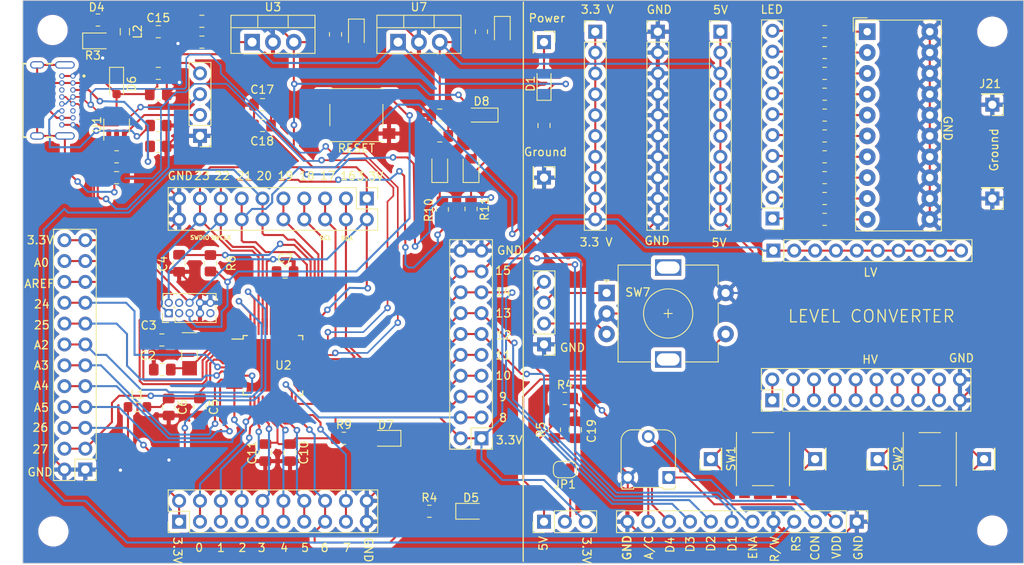
<source format=kicad_pcb>
(kicad_pcb (version 20221018) (generator pcbnew)
  (title_block (title "Dev_MCU_Board") (date "2023-04-30") (rev "V1") (company "Albert"))
  (layers (0 "F.Cu" signal) (31 "B.Cu" signal) (34 "B.Paste" user) (35 "F.Paste" user) (36 "B.SilkS" user "B.Silkscreen") (37 "F.SilkS" user "F.Silkscreen") (38 "B.Mask" user) (39 "F.Mask" user) (44 "Edge.Cuts" user))
  (net 0 "")
  (net 1 "Net-(BAR1-A-Pad1)")
  (net 2 "Net-(BAR1-A-Pad2)")
  (net 3 "Net-(BAR1-A-Pad3)")
  (net 4 "Net-(BAR1-A-Pad4)")
  (net 5 "Net-(BAR1-A-Pad5)")
  (net 6 "Net-(BAR1-A-Pad6)")
  (net 7 "Net-(BAR1-A-Pad7)")
  (net 8 "Net-(BAR1-A-Pad8)")
  (net 9 "Net-(BAR1-A-Pad9)")
  (net 10 "Net-(BAR1-A-Pad10)")
  (net 11 "GND")
  (net 12 "USBrail")
  (net 13 "Net-(U2-PA01{slash}EXTINT1{slash}XOUT32{slash}+SERCOM1.1)")
  (net 14 "Net-(U2-PA00{slash}EXTINT0{slash}XIN32{slash}+SERCOM1.0)")
  (net 15 "Net-(U2-~{RESET})")
  (net 16 "Net-(U2-VDDANA)")
  (net 17 "Net-(U2-VDDCORE)")
  (net 18 "+3.3V")
  (net 19 "Net-(D6-A)")
  (net 20 "Net-(D6-K)")
  (net 21 "Net-(D1-A)")
  (net 22 "Net-(D2-A)")
  (net 23 "Net-(D3-A)")
  (net 24 "Net-(D4-A)")
  (net 25 "Net-(D7-A)")
  (net 26 "Net-(D5-A)")
  (net 27 "Net-(D8-K)")
  (net 28 "Net-(J3-Pin_3)")
  (net 29 "Net-(J3-Pin_5)")
  (net 30 "Net-(J3-Pin_7)")
  (net 31 "Net-(J3-Pin_10)")
  (net 32 "Net-(J5-Pin_2)")
  (net 33 "Net-(J5-Pin_3)")
  (net 34 "RESET")
  (net 37 "Net-(J8-Pin_1)")
  (net 38 "Net-(J8-Pin_2)")
  (net 39 "Net-(J8-Pin_3)")
  (net 40 "Net-(J8-Pin_4)")
  (net 41 "Net-(J8-Pin_5)")
  (net 42 "Net-(J8-Pin_6)")
  (net 43 "Net-(J8-Pin_7)")
  (net 44 "Net-(J8-Pin_8)")
  (net 45 "Net-(J8-Pin_9)")
  (net 46 "Net-(J8-Pin_10)")
  (net 47 "Net-(J18-Pin_1)")
  (net 48 "D+")
  (net 49 "D-")
  (net 50 "Net-(J10-Pin_1)")
  (net 51 "Net-(J11-Pin_1)")
  (net 52 "Net-(J17-Pin_1)")
  (net 54 "+5V")
  (net 55 "Net-(J3-Pin_11)")
  (net 56 "Net-(J3-Pin_13)")
  (net 57 "Net-(J3-Pin_15)")
  (net 58 "Net-(J3-Pin_17)")
  (net 59 "AREF")
  (net 60 "Net-(J3-Pin_21)")
  (net 61 "Net-(J12-Pin_3)")
  (net 62 "Net-(J12-Pin_13)")
  (net 63 "Net-(J12-Pin_5)")
  (net 64 "Net-(J12-Pin_15)")
  (net 65 "Net-(J12-Pin_7)")
  (net 66 "Net-(J12-Pin_17)")
  (net 67 "Net-(J12-Pin_10)")
  (net 68 "Net-(J12-Pin_11)")
  (net 69 "Net-(J2-Pin_3)")
  (net 70 "Net-(J2-Pin_5)")
  (net 71 "Net-(J2-Pin_7)")
  (net 72 "Net-(J6-Pin_2)")
  (net 73 "Net-(J6-Pin_4)")
  (net 74 "Net-(J6-Pin_3)")
  (net 75 "Net-(J2-Pin_10)")
  (net 76 "Net-(J43-Pin_3)")
  (net 77 "Net-(J43-Pin_5)")
  (net 78 "Net-(J43-Pin_7)")
  (net 79 "Net-(J43-Pin_10)")
  (net 80 "Net-(J14-Pin_2)")
  (net 81 "Net-(J14-Pin_3)")
  (net 82 "PA18")
  (net 83 "PA19")
  (net 84 "PA20")
  (net 85 "Net-(J14-Pin_11)")
  (net 86 "Net-(JP1-B)")
  (net 87 "Net-(D5-K)")
  (net 88 "PA30")
  (net 89 "PA31")
  (net 90 "Net-(J45-Pin_1)")
  (net 91 "Net-(J45-Pin_3)")
  (net 92 "Net-(J45-Pin_5)")
  (net 93 "Net-(J45-Pin_7)")
  (net 94 "Net-(J45-Pin_10)")
  (net 95 "Net-(J45-Pin_11)")
  (net 96 "Net-(J45-Pin_13)")
  (net 97 "Net-(J45-Pin_15)")
  (net 98 "Net-(J45-Pin_17)")
  (net 99 "Net-(C13-Pad1)")
  (net 100 "PA27")
  (net 101 "PA28")
  (net 102 "PA21")
  (net 103 "Net-(J4-CC1)")
  (net 105 "Net-(J4-CC2)")
  (footprint "Connector_PinHeader_2.54mm:PinHeader_1x10_P2.54mm_Vertical" (layer "F.Cu") (at 180.9725 91.3325 180)
    (fp_text reference "J8" hide)
    (fp_text value "Conn_01x10" hide)
  )
  (footprint "Inductor_SMD:L_0805_2012Metric_Pad1.05x1.20mm_HandSolder" (layer "F.Cu") (at 102.078981 68.58 -90)
    (fp_text reference "L2")
    (fp_text value "10uH")
  )
  (footprint "samd21-board:TQFP-48_7x7mm_P0.5mm_hand_solder" (layer "F.Cu") (at 120.12 109.22)
    (fp_text reference "U2")
    (fp_text value "ATSAMD21G18A-AUT" hide)
  )
  (footprint "MountingHole:MountingHole_3.2mm_M3" (layer "F.Cu") (at 93.276301 68.373777)
    (fp_text reference "H2" hide)
    (fp_text value "MountingHole" hide)
  )
  (footprint "Connector_PinHeader_2.54mm:PinHeader_1x10_P2.54mm_Vertical" (layer "F.Cu") (at 159.3825 68.585)
    (fp_text reference "J39" hide)
    (fp_text value "Conn_01x10" hide)
  )
  (footprint "Connector_PinHeader_2.54mm:PinHeader_2x10_P2.54mm_Vertical" (layer "F.Cu") (at 180.946472 113.479787 90)
    (fp_text reference "J45" hide)
    (fp_text value "Conn_01x08" hide)
  )
  (footprint "Resistor_SMD:R_0805_2012Metric_Pad1.20x1.40mm_HandSolder" (layer "F.Cu") (at 145.52 68.58 -90)
    (fp_text reference "R1" hide)
    (fp_text value "1.5k" hide)
  )
  (footprint "Capacitor_SMD:C_0805_2012Metric_Pad1.18x1.45mm_HandSolder" (layer "F.Cu") (at 101.07 86.36)
    (fp_text reference "C13" hide)
    (fp_text value "10nF" hide)
  )
  (footprint "Resistor_SMD:R_0805_2012Metric_Pad1.20x1.40mm_HandSolder" (layer "F.Cu") (at 128.765 118.11)
    (fp_text reference "R9")
    (fp_text value "1k" hide)
  )
  (footprint "Button_Switch_SMD:SW_Push_1P1T_NO_6x6mm_H9.5mm" (layer "F.Cu") (at 179.81 120.65 90)
    (fp_text reference "SW1")
    (fp_text value "SW_Push" hide)
  )
  (footprint "Capacitor_SMD:C_0805_2012Metric_Pad1.18x1.45mm_HandSolder" (layer "F.Cu") (at 122.195858 119.855134 -90)
    (fp_text reference "C10")
    (fp_text value "0.1uF" hide)
  )
  (footprint "Diode_SMD:D_SOD-323_HandSoldering" (layer "F.Cu") (at 101.07 74.93 -90)
    (fp_text reference "D6")
    (fp_text value "D" hide)
  )
  (footprint "Connector_PinHeader_2.54mm:PinHeader_1x01_P2.54mm_Vertical" (layer "F.Cu") (at 173.46 120.65 90)
    (fp_text reference "J17" hide)
    (fp_text value "Conn_01x01" hide)
  )
  (footprint "Resistor_SMD:R_0805_2012Metric_Pad1.20x1.40mm_HandSolder" (layer "F.Cu") (at 112.5 96.79 90)
    (fp_text reference "R6")
    (fp_text value "100" hide)
  )
  (footprint "Capacitor_SMD:C_0805_2012Metric_Pad1.18x1.45mm_HandSolder" (layer "F.Cu") (at 153.14 80.01 -90)
    (fp_text reference "C1" hide)
    (fp_text value "0.1uF" hide)
  )
  (footprint "Resistor_SMD:R_0805_2012Metric_Pad1.20x1.40mm_HandSolder" (layer "F.Cu") (at 140.752948 90.226445 -90)
    (fp_text reference "R10")
    (fp_text value "1k" hide)
  )
  (footprint "Connector_PinHeader_2.54mm:PinHeader_1x01_P2.54mm_Vertical" (layer "F.Cu") (at 207.75 77.47 180)
    (fp_text reference "J21")
    (fp_text value "Conn_01x01_Socket" hide)
  )
  (footprint "usb4085:GCT_USB4085-GF-A_REVB" (layer "F.Cu") (at 91.393385 76.952888 -90)
    (fp_text reference "J4" hide)
    (fp_text value "USB4085-GF-A_REVB" hide)
  )
  (footprint "Resistor_SMD:R_0805_2012Metric_Pad1.20x1.40mm_HandSolder" (layer "F.Cu") (at 155.68 113.2625)
    (fp_text reference "R4")
    (fp_text value "10" hide)
  )
  (footprint "Display:HDSP-4836" (layer "F.Cu") (at 192.51 68.58)
    (fp_text reference "BAR1" hide)
    (fp_text value "HDSP-4836_2" hide)
  )
  (footprint "Package_TO_SOT_THT:TO-220-3_Vertical" (layer "F.Cu") (at 117.58 69.85)
    (fp_text reference "U3")
    (fp_text value "LF33_TO220" hide)
  )
  (footprint "Capacitor_SMD:C_0805_2012Metric_Pad1.18x1.45mm_HandSolder" (layer "F.Cu") (at 106.15 68.58)
    (fp_text reference "C15")
    (fp_text value "220nF" hide)
  )
  (footprint "Rotary_Encoder:RotaryEncoder_Alps_EC11E-Switch_Vertical_H20mm" (layer "F.Cu") (at 160.76 100.41)
    (fp_text reference "SW7")
    (fp_text value "RotaryEncoder_Switch" hide)
  )
  (footprint "LED_SMD:LED_0805_2012Metric_Pad1.15x1.40mm_HandSolder" (layer "F.Cu") (at 133.845 118.11 180)
    (fp_text reference "D7")
    (fp_text value "LED" hide)
  )
  (footprint "Capacitor_SMD:C_0805_2012Metric_Pad1.18x1.45mm_HandSolder" (layer "F.Cu") (at 107.42 114.3 -90)
    (fp_text reference "C6")
    (fp_text value "10uF" hide)
  )
  (footprint "Package_TO_SOT_SMD:SOT-23-6" (layer "F.Cu") (at 101.07 80.01 90)
    (fp_text reference "U1")
    (fp_text value "USBLC6-2SC6" hide)
  )
  (footprint "Resistor_SMD:R_0805_2012Metric_Pad1.20x1.40mm_HandSolder" (layer "F.Cu") (at 98.8 67.161222 180)
    (fp_text reference "R3")
    (fp_text value "1.5k" hide)
  )
  (footprint "MountingHole:MountingHole_3.2mm_M3" (layer "F.Cu") (at 93.370216 129.454984)
    (fp_text reference "H3" hide)
    (fp_text value "MountingHole" hide)
  )
  (footprint "Capacitor_SMD:C_0805_2012Metric_Pad1.18x1.45mm_HandSolder" (layer "F.Cu") (at 121.597372 97.871307)
    (fp_text reference "C7")
    (fp_text value "1uF" hide)
  )
  (footprint "Resistor_SMD:R_0805_2012Metric_Pad1.20x1.40mm_HandSolder" (layer "F.Cu") (at 187.3225 78.74)
    (fp_text reference "R18" hide)
    (fp_text value "1k" hide)
  )
  (footprint "Resistor_SMD:R_0805_2012Metric_Pad1.20x1.40mm_HandSolder" (layer "F.Cu") (at 187.3225 71.12)
    (fp_text reference "R15" hide)
    (fp_text value "1k" hide)
  )
  (footprint "Resistor_SMD:R_0805_2012Metric_Pad1.20x1.40mm_HandSolder" (layer "F.Cu") (at 127.74 68.905 -90)
    (fp_text reference "R2" hide)
    (fp_text value "1k" hide)
  )
  (footprint "Capacitor_SMD:C_0805_2012Metric_Pad1.18x1.45mm_HandSolder" (layer "F.Cu") (at 106.15 76.2)
    (fp_text reference "C12" hide)
    (fp_text value "220nF" hide)
  )
  (footprint "Connector_PinHeader_2.54mm:PinHeader_1x01_P2.54mm_Vertical" (layer "F.Cu") (at 153.14 86.36 -90)
    (fp_text reference "J9" hide)
    (fp_text value "Conn_01x01" hide)
  )
  (footprint "Capacitor_SMD:C_0805_2012Metric_Pad1.18x1.45mm_HandSolder" (layer "F.Cu") (at 106.633852 109.741145)
    (fp_text reference "C2")
    (fp_text value "10pF" hide)
  )
  (footprint "Capacitor_SMD:C_0805_2012Metric_Pad1.18x1.45mm_HandSolder" (layer "F.Cu") (at 119.185858 119.855134 -90)
    (fp_text reference "C11")
    (fp_text value "10uF" hide)
  )
  (footprint "Inductor_SMD:L_0805_2012Metric_Pad1.05x1.20mm_HandSolder" (layer "F.Cu") (at 103.61 114.3)
    (fp_text reference "L1")
    (fp_text value "10uH" hide)
  )
  (footprint "Resistor_SMD:R_0805_2012Metric_Pad1.20x1.40mm_HandSolder" (layer "F.Cu") (at 187.3225 83.82)
    (fp_text reference "R20" hide)
    (fp_text value "1k" hide)
  )
  (footprint "Potentiometer_THT:Potentiometer_Runtron_RM-065_Vertical" (layer "F.Cu") (at 168.34 122.89 180)
    (fp_text reference "RV1" hide)
    (fp_text value "R_Potentiometer_Trim" hide)
  )
  (footprint "Diode_SMD:D_SOD-323_HandSoldering" (layer "F.Cu") (at 153.14 74.93 90)
    (fp_text reference "D1")
    (fp_text value "D" hide)
  )
  (footprint "Connector_PinHeader_2.54mm:PinHeader_1x04_P2.54mm_Vertical" (layer "F.Cu") (at 111.23 81.27 180)
    (fp_text reference "J5" hide)
    (fp_text value "Conn_01x04" hide)
  )
  (footprint "Connector_PinHeader_2.54mm:PinHeader_1x01_P2.54mm_Vertical" (layer "F.Cu") (at 206.745 120.65 90)
    (fp_text reference "J10" hide)
    (fp_text value "Conn_01x01" hide)
  )
  (footprint "Capacitor_SMD:C_0805_2012Metric_Pad1.18x1.45mm_HandSolder" (layer "F.Cu") (at 118.85 77.47 180)
    (fp_text reference "C17")
    (fp_text value "10uF" hide)
  )
  (footprint "Connector_PinHeader_2.54mm:PinHeader_1x03_P2.54mm_Vertical" (layer "F.Cu") (at 153.14 128.27 90)
    (fp_text reference "J15" hide)
    (fp_text value "Conn_01x03" hide)
  )
  (footprint "Resistor_SMD:R_0805_2012Metric_Pad1.20x1.40mm_HandSolder" (layer "F.Cu") (at 187.3225 88.9)
    (fp_text reference "R22" hide)
    (fp_text value "1k" hide)
  )
  (footprint "Connector_PinHeader_2.54mm:PinHeader_1x10_P2.54mm_Vertical" (layer "F.Cu") (at 174.6225 68.585)
    (fp_text reference "J40" hide)
    (fp_text value "Conn_01x10" hide)
  )
  (footprint "Connector_PinHeader_1.27mm:PinHeader_2x05_P1.27mm_Vertical" (layer "F.Cu") (at 107.42 102.87 90)
    (fp_text reference "J7" hide)
    (fp_text value "Conn_01x05" hide)
  )
  (footprint "Capacitor_SMD:C_0805_2012Metric_Pad1.18x1.45mm_HandSolder" (layer "F.Cu") (at 118.85 80.01 180)
    (fp_text reference "C18")
    (fp_text value "0.1uF" hide)
  )
  (footprint "Connector_PinHeader_2.54mm:PinHeader_2x10_P2.54mm_Vertical" (layer "F.Cu") (at 131.55 88.9 -90)
    (fp_text reference "J43" hide)
    (fp_text value "Conn_01x05" hide)
  )
  (footprint "Button_Switch_SMD:SW_Push_1P1T_NO_6x6mm_H9.5mm" (layer "F.Cu") (at 200.13 120.65 90)
    (fp_text reference "SW2")
    (fp_text value "SW_Push" hide)
  )
  (footprint "Resistor_SMD:R_0805_2012Metric_Pad1.20x1.40mm_HandSolder" (layer "F.Cu") (at 106.15 82.55)
    (fp_text reference "R7" hide)
    (fp_text value "5.1k" hide)
  )
  (footprint "Package_TO_SOT_THT:TO-220-3_Vertical" (layer "F.Cu") (at 135.36 69.85)
    (fp_text reference "U7")
    (fp_text value "LF50_TO220" hide)
  )
  (footprint "Connector_PinHeader_2.54mm:PinHeader_1x01_P2.54mm_Vertical" (layer "F.Cu") (at 186.16 120.65 90)
    (fp_text reference "J11" hide)
    (fp_text value "Conn_01x01" hide)
  )
  (footprint "Resistor_SMD:R_0805_2012Metric_Pad1.20x1.40mm_HandSolder" (layer "F.Cu") (at 187.3225 73.66)
    (fp_text reference "R16" hide)
    (fp_text value "1k" hide)
  )
  (footprint "Connector_PinHeader_2.54mm:PinHeader_1x01_P2.54mm_Vertical" (layer "F.Cu") (at 207.75 88.9 180)
    (fp_text reference "J22" hide)
    (fp_text value "Conn_01x01_Socket" hide)
  )
  (footprint "Connector_PinHeader_2.54mm:PinHeader_1x12_P2.54mm_Vertical" (layer "F.Cu") (at 191.24 128.27 -90)
    (fp_text reference "J14" hide)
    (fp_text value "Conn_01x12" hide)
  )
  (footprint "Connector_PinHeader_2.54mm:PinHeader_2x10_P2.54mm_Vertical" (layer "F.Cu") (at 145.52 118.11 180)
    (fp_text reference "J2" hide)
    (fp_text value "Conn_01x10" hide)
  )
  (footprint "LED_SMD:LED_0805_2012Metric_Pad1.15x1.40mm_HandSolder" (layer "F.Cu") (at 140.44 85.09 90)
    (fp_text reference "D5" hide)
    (fp_text value "LED")
  )
  (footprint "Diode_SMD:D_SOD-323_HandSoldering" (layer "F.Cu") (at 145.52 78.74 180)
    (fp_text reference "D8")
    (fp_text value "D")
  )
  (footprint "Crystal:Crystal_SMD_G8-2Pin_3.2x1.5mm_HandSoldering" (layer "F.Cu") (at 109.96 107.95 -90)
    (fp_text reference "Y1" hide)
    (fp_text value "32768Hz" hide)
  )
  (footprint "Connector_PinHeader_2.54mm:PinHeader_1x01_P2.54mm_Vertical" (layer "F.Cu") (at 153.14 69.85 -90)
    (fp_text reference "J13" hide)
    (fp_text value "Conn_01x01" hide)
  )
  (footprint "Connector_PinHeader_2.54mm:PinHeader_1x10_P2.54mm_Vertical" (layer "F.Cu") (at 167.0025 68.585)
    (fp_text reference "J41" hide)
    (fp_text value "Conn_01x10" hide)
  )
  (footprint "Capacitor_SMD:C_0805_2012Metric_Pad1.18x1.45mm_HandSolder" (layer "F.Cu") (at 140.44 81.28 180)
    (fp_text reference "C20" hide)
    (fp_text value "0.1uF" hide)
  )
  (footprint "Resistor_SMD:R_0805_2012Metric_Pad1.20x1.40mm_HandSolder" (layer "F.Cu") (at 187.3225 91.44)
    (fp_text reference "R23" hide)
    (fp_text value "1k" hide)
  )
  (footprint "Resistor_SMD:R_0805_2012Metric_Pad1.20x1.40mm_HandSolder" (layer "F.Cu") (at 154.41 117.0725 90)
    (fp_text reference "R5")
    (fp_text value "10" hide)
  )
  (footprint "Capacitor_SMD:C_0805_2012Metric_Pad1.18x1.45mm_HandSolder" (layer "F.Cu") (at 111.23 114.3 -90)
    (fp_text reference "C5")
    (fp_text value "0.1uF" hide)
  )
  (footprint "MountingHole:MountingHole_3.2mm_M3" (layer "F.Cu") (at 207.75 68.58)
    (fp_text reference "H1" hide)
    (fp_text value "MountingHole" hide)
  )
  (footprint "Capacitor_SMD:C_0805_2012Metric_Pad1.18x1.45mm_HandSolder" (layer "F.Cu") (at 140.44 78.74 180)
    (fp_text reference "C16" hide)
    (fp_text value "10uF" hide)
  )
  (footprint "Resistor_SMD:R_0805_2012Metric_Pad1.20x1.40mm_HandSolder" (layer "F.Cu") (at 187.3225 68.58)
    (fp_text reference "R14" hide)
    (fp_text value "1k" hide)
  )
  (footprint "Resistor_SMD:R_0805_2012Metric_Pad1.20x1.40mm_HandSolder" (layer "F.Cu") (at 187.3225 76.2)
    (fp_text reference "R17" hide)
    (fp_text value "1k" hide)
  )
  (footprint "LED_SMD:LED_0805_2012Metric_Pad1.15x1.40mm_HandSolder" (layer "F.Cu") (at 130.28 68.905 -90)
    (fp_text reference "D3" hide)
    (fp_text value "LED" hide)
  )
  (footprint "LED_SMD:LED_0805_2012Metric_Pad1.15x1.40mm_HandSolder" (layer "F.Cu") (at 144.25 85.09 90)
    (fp_text reference "D8" hide)
    (fp_text value "LED")
  )
  (footprint "Capacitor_SMD:C_0805_2012Metric_Pad1.18x1.45mm_HandSolder" (layer "F.Cu") (at 156.95 117.0725 90)
    (fp_text reference "C19")
    (fp_text value "22nF" hide)
  )
  (footprint "LED_SMD:LED_0805_2012Metric_Pad1.15x1.40mm_HandSolder" (layer "F.Cu") (at 148.06 68.58 -90)
    (fp_text reference "D2" hide)
    (fp_text value "LED")
  )
  (footprint "Connector_PinHeader_2.54mm:PinHeader_1x01_P2.54mm_Vertical" (layer "F.Cu") (at 193.78 120.65 90)
    (fp_text reference "J18" hide)
    (fp_text value "Conn_01x01" hide)
  )
  (footprint "Resistor_SMD:R_0805_2012Metric_Pad1.20x1.40mm_HandSolder" (layer "F.Cu") (at 106.15 80.01)
    (fp_text reference "R8" hide)
    (fp_text value "5.1k" hide)
  )
  (footprint "Resistor_SMD:R_0805_2012Metric_Pad1.20x1.40mm_HandSolder" (layer "F.Cu") (at 139.17 127)
    (fp_text reference "R4")
    (fp_text value "1k" hide)
  )
  (footprint "Capacitor_SMD:C_0805_2012Metric_Pad1.18x1.45mm_HandSolder" (layer "F.Cu") (at 111.4625 69.85 180)
    (fp_text reference "C8" hide)
    (fp_text value "0.1uF" hide)
  )
  (footprint "Capacitor_SMD:C_0805_2012Metric_Pad1.18x1.45mm_HandSolder" (layer "F.Cu") (at 106.15 73.66)
    (fp_text reference "C14" hide)
    (fp_text value "220nF" hide)
  )
  (footprint "Connector_PinHeader_2.54mm:PinHeader_1x10_P2.54mm_Vertical" (layer "F.Cu") (at 181.08 95.25 90)
    (fp_text reference "J44" hide)
    (fp_text value "Conn_01x09" hide)
  )
  (footprint "Resistor_SMD:R_0805_2012Metric_Pad1.20x1.40mm_HandSolder" (layer "F.Cu") (at 101.07 83.82)
    (fp_text reference "R12" hide)
    (fp_text value "1m" hide)
  )
  (footprint "Connector_PinHeader_2.54mm:PinHeader_2x12_P2.54mm_Vertical" (layer "F.Cu") (at 97.26 121.92 180)
    (fp_text reference "J3" hide)
    (fp_text value "Conn_02x12" hide)
  )
  (footprint "LED_SMD:LED_0805_2012Metric_Pad1.15x1.40mm_HandSolder" (layer "F.Cu") (at 98.8 69.701222)
    (fp_text reference "D4")
    (fp_text value "LED" hide)
  )
  (footprint "Capacitor_SMD:C_0805_2012Metric_Pad1.18x1.45mm_HandSolder" (layer "F.Cu") (at 106.584861 106.133507 180)
    (fp_text reference "C3")
    (fp_text value "10pF" hide)
  )
  (footprint "Capacitor_SMD:C_0805_2012Metric_Pad1.18x1.45mm_HandSolder" (layer "F.Cu") (at 111.4625 67.31 180)
    (fp_text reference "C9" hide)
    (fp_text value "10uF" hide)
  )
  (footprint "LED_SMD:LED_0805_2012Metric_Pad1.15x1.40mm_HandSolder" (layer "F.Cu") (at 144.25 127)
    (fp_text reference "D5")
    (fp_text value "LED" hide)
  )
  (footprint "MountingHole:MountingHole_3.2mm_M3" (layer "F.Cu") (at 207.75 129.353619)
    (fp_text reference "H4" hide)
    (fp_text value "MountingHole" hide)
  )
  (footprint "Capacitor_SMD:C_0805_2012Metric_Pad1.18x1.45mm_HandSolder" (layer "F.Cu") (at 108.69 96.79 -90)
    (fp_text reference "C4")
    (fp_text value "220nF" hide)
  )
  (footprint "Button_Switch_SMD:SW_Push_1P1T_NO_6x6mm_H9.5mm" (layer "F.Cu") (at 130.28 78.74 180)
    (fp_text reference "RESET")
    (fp_text value "SW_Push" hide)
  )
  (footprint "Jumper:SolderJumper-2_P1.3mm_Open_RoundedPad1.0x1.5mm" (layer "F.Cu") (at 155.68 121.92 180)
    (fp_text reference "JP1")
    (fp_text value "SolderJumper_2_Open" hide)
  )
  (footprint "Connector_PinHeader_2.54mm:PinHeader_2x10_P2.54mm_Vertical" (layer "F.Cu") (at 108.69 128.27 90)
    (fp_text reference "J12" hide)
    (fp_text value "Conn_01x10" hide)
  )
  (footprint "Resistor_SMD:R_0805_2012Metric_Pad1.20x1.40mm_HandSolder" (layer "F.Cu") (at 144.25 90.17 -90)
    (fp_text reference "R11")
    (fp_text value "1k" hide)
  )
  (footprint "Resistor_SMD:R_0805_2012Metric_Pad1.20x1.40mm_HandSolder" (layer "F.Cu") (at 187.3225 81.28)
    (fp_text reference "R19" hide)
    (fp_text value "1k" hide)
  )
  (footprint "Resistor_SMD:R_0805_2012Metric_Pad1.20x1.40mm_HandSolder" (layer "F.Cu") (at 187.3225 86.36)
    (fp_text reference "R21" hide)
    (fp_text value "1k" hide)
  )
  (footprint "Connector_PinHeader_2.54mm:PinHeader_1x04_P2.54mm_Vertical" (layer "F.Cu") (at 153.14 106.67 180)
    (fp_text reference "J6" hide)
    (fp_text value "Conn_01x04" hide)
  )
  (gr_line (start 150.622512 64.961367) (end 150.6 133.1) (stroke (width 0.15)) (layer "F.SilkS"))
  (gr_line (start 211.56 64.77) (end 211.56 133.35) (stroke (width 0.1)) (layer "Edge.Cuts"))
  (gr_line (start 211.56 133.35) (end 89.64 133.35) (stroke (width 0.1)) (layer "Edge.Cuts"))
  (gr_line (start 89.64 64.77) (end 211.56 64.77) (stroke (width 0.1)) (layer "Edge.Cuts"))
  (gr_line (start 89.64 133.35) (end 89.64 64.77) (stroke (width 0.1)) (layer "Edge.Cuts"))
  (gr_text "VDD" (at 189.355934 132.88945 90) (layer "F.SilkS") (effects (font (size 1 1)) (justify left bottom)))
  (gr_text "GND" (at 163.838703 133.087626 90) (layer "F.SilkS") (effects (font (size 1 1) (thickness 0.1875)) (justify left bottom)))
  (gr_text "SWDIO\n" (at 109.96 93.959452) (layer "F.SilkS") (effects (font (size 0.5 0.5) (thickness 0.125)) (justify left bottom)))
  (gr_text "GND" (at 90.120425 122.822463) (layer "F.SilkS") (effects (font (size 1 1)) (justify left bottom)))
  (gr_text "RS" (at 184.443406 132.024175 90) (layer "F.SilkS") (effects (font (size 1 1)) (justify left bottom)))
  (gr_text "HV" (at 191.813998 109.096955) (layer "F.SilkS") (effects (font (size 1 1)) (justify left bottom)))
  (gr_text "11" (at 147.1097 108.58157) (layer "F.SilkS") (effects (font (size 1 1)) (justify left bottom)))
  (gr_text "2" (at 115.821757 132.02749) (layer "F.SilkS") (effects (font (size 1 1)) (justify left bottom)))
  (gr_text "R/W" (at 181.833626 133.308131 90) (layer "F.SilkS") (effects (font (size 1 1)) (justify left bottom)))
  (gr_text "LEVEL CONVERTER" (at 182.740713 104.123738) (layer "F.SilkS") (effects (font (size 1.5 1.5)) (justify left bottom)))
  (gr_text "24" (at 90.91 102.364221) (layer "F.SilkS") (effects (font (size 1 1)) (justify left bottom)))
  (gr_text "Ground" (at 208.545892 85.693931 90) (layer "F.SilkS") (effects (font (size 1 1)) (justify left bottom)))
  (gr_text "SWCLK" (at 112.501221 93.954316) (layer "F.SilkS") (effects (font (size 0.5 0.5) (thickness 0.125)) (justify left bottom)))
  (gr_text "12" (at 147.161067 106.141611) (layer "F.SilkS") (effects (font (size 1 1)) (justify left bottom)))
  (gr_text "GND" (at 165.28349 94.628324) (layer "F.SilkS") (effects (font (size 1 1)) (justify left bottom)))
  (gr_text "A5" (at 90.91 114.959352) (layer "F.SilkS") (effects (font (size 1 1)) (justify left bottom)))
  (gr_text "23" (at 110.424249 86.722141) (layer "F.SilkS") (effects (font (size 1 1)) (justify left bottom)))
  (gr_text "AREF" (at 89.741544 99.871168) (layer "F.SilkS") (effects (font (size 1 1)) (justify left bottom)))
  (gr_text "D2" (at 174.060109 132.024175 90) (layer "F.SilkS") (effects (font (size 1 1)) (justify left bottom)))
  (gr_text "6" (at 125.833042 132.034339) (layer "F.SilkS") (effects (font (size 1 1)) (justify left bottom)))
  (gr_text "20" (at 118.006099 86.737551) (layer "F.SilkS") (effects (font (size 1 1)) (justify left bottom)))
  (gr_text "A0" (at 90.91 97.303097) (layer "F.SilkS") (effects (font (size 1 1)) (justify left bottom)))
  (gr_text "GND" (at 192.007582 133.054131 90) (layer "F.SilkS") (effects (font (size 1 1)) (justify left bottom)))
  (gr_text "A/C" (at 166.498529 132.973821 90) (layer "F.SilkS") (effects (font (size 1 1)) (justify left bottom)))
  (gr_text "8" (at 147.57727 116.205673) (layer "F.SilkS") (effects (font (size 1 1)) (justify left bottom)))
  (gr_text "GND" (at 201.728954 78.728756 -90) (layer "F.SilkS") (effects (font (size 1 1)) (justify left bottom)))
  (gr_text "25" (at 90.91 104.91116) (layer "F.SilkS") (effects (font (size 1 1)) (justify left bottom)))
  (gr_text "GND" (at 165.552064 66.481791) (layer "F.SilkS") (effects (font (size 1 1)) (justify left bottom)))
  (gr_text "19" (at 120.587319 86.729846) (layer "F.SilkS") (effects (font (size 1 1)) (justify left bottom)))
  (gr_text "7" (at 128.559597 132.02749) (layer "F.SilkS") (effects (font (size 1 1)) (justify left bottom)))
  (gr_text "5V" (at 173.46 94.870041) (layer "F.SilkS") (effects (font (size 1 1)) (justify left bottom)))
  (gr_text "GND" (at 147.322582 95.817652) (layer "F.SilkS") (effects (font (size 1 1)) (justify left bottom)))
  (gr_text "D1" (at 176.655934 132.024175 90) (layer "F.SilkS") (effects (font (size 1 1)) (justify left bottom)))
  (gr_text "Ground" (at 150.6 83.82) (layer "F.SilkS") (effects (font (size 1 1)) (justify left bottom)))
  (gr_text "0" (at 110.552588 132.022924) (layer "F.SilkS") (effects (font (size 1 1)) (justify left bottom)))
  (gr_text "16" (at 128.208666 86.736204) (layer "F.SilkS") (effects (font (size 1 1)) (justify left bottom)))
  (gr_text "A2" (at 90.91 107.338976) (layer "F.SilkS") (effects (font (size 1 1)) (justify left bottom)))
  (gr_text "1" (at 113.207719 132.034339) (layer "F.SilkS") (effects (font (size 1 1)) (justify left bottom)))
  (gr_text "GND" (at 154.987676 107.656581) (layer "F.SilkS") (effects (font (size 1 1)) (justify left bottom)))
  (gr_text "3.3 V" (at 157.532329 66.46597) (layer "F.SilkS") (effects (font (size 1 1)) (justify left bottom)))
  (gr_text "A3" (at 90.91 109.820029) (layer "F.SilkS") (effects (font (size 1 1)) (justify left bottom)))
  (gr_text "GND" (at 131.156831 130.085845 -90) (layer "F.SilkS") (effects (font (size 1 1)) (justify left bottom)))
  (gr_text "D4" (at 169.085443 132.181456 90) (layer "F.SilkS") (effects (font (size 1 1)) (justify left bottom)))
  (gr_text "LED" (at 179.437329 66.454934) (layer "F.SilkS") (effects (font (size 1 1)) (justify left bottom)))
  (gr_text "3.3V\n" (at 130.223786 86.790967) (layer "F.SilkS") (effects (font (size 1 1)) (justify left bottom)))
  (gr_text "27" (at 90.735669 120.043731) (layer "F.SilkS") (effects (font (size 1 1)) (justify left bottom)))
  (gr_text "Power" (at 151.178333 67.517628) (layer "F.SilkS") (effects (font (size 1 1)) (justify left bottom)))
  (gr_text "14" (at 147.12511 100.876437) (layer "F.SilkS") (effects (font (size 1 1)) (justify left bottom)))
  (gr_text "D3" (at 171.534065 132.093956 90) (layer "F.SilkS") (effects (font (size 1 1)) (justify left bottom)))
  (gr_text "4" (at 120.917418 132.02749) (layer "F.SilkS") (effects (font (size 1 1)) (justify left bottom)))
  (gr_text "CON" (at 186.746153 133.105769 90) (layer "F.SilkS") (effects (font (size 1 1)) (justify left bottom)))
  (gr_text "10" (at 147.12511 111.057486) (layer "F.SilkS") (effects (font (size 1 1)) (justify left bottom)))
  (gr_text "3.3V\n" (at 90.043346 94.560175) (layer "F.SilkS") (effects (font (size 1 1)) (justify left bottom)))
  (gr_text "3" (at 118.168683 132.034339) (layer "F.SilkS") (effects (font (size 1 1)) (justify left bottom)))
  (gr_text "SDA" (at 128.342347 94.041641) (layer "F.SilkS") (effects (font (size 0.5 0.5) (thickness 0.125)) (justify left bottom)))
  (gr_text "15" (at 147.09429 98.256692) (layer "F.SilkS") (effects (font (size 1 1)) (justify left bottom)))
  (gr_text "3.3V" (at 157.739065 130.047584 -90) (layer "F.SilkS") (effects (font (size 1 1)) (justify left bottom)))
  (gr_text "21" (at 115.578983 86.745256) (layer "F.SilkS") (effects (font (size 1 1)) (justify left bottom)))
  (gr_text "GND\n" (at 202.366865 108.932272) (layer "F.SilkS") (effects (font (size 1 1)) (justify left bottom)))
  (gr_text "18" (at 123.207064 86.745256) (layer "F.SilkS") (effects (font (size 1 1)) (justify left bottom)))
  (gr_text "3.3V\n" (at 147.185631 118.918919) (layer "F.SilkS") (effects (font (size 1 1)) (justify left bottom)))
  (gr_text "LV\n" (at 191.966191 98.488291) (layer "F.SilkS") (effects (font (size 1 1)) (justify left bottom)))
  (gr_text "22" (at 112.882186 86.722141) (layer "F.SilkS") (effects (font (size 1 1)) (justify left bottom)))
  (gr_text "5V" (at 153.644298 131.925564 90) (layer "F.SilkS") (effects (font (size 1 1)) (justify left bottom)))
  (gr_text "ENA" (at 179.168021 132.931318 90) (layer "F.SilkS") (effects (font (size 1 1)) (justify left bottom)))
  (gr_text "A4" (at 90.91 112.285671) (layer "F.SilkS") (effects (font (size 1 1)) (justify left bottom)))
  (gr_text "13" (at 147.130247 103.465362) (layer "F.SilkS") (effects (font (size 1 1)) (justify left bottom)))
  (gr_text "3.3V\n" (at 107.908074 130.051361 -90) (layer "F.SilkS") (effects (font (size 1 1)) (justify left bottom)))
  (gr_text "9" (at 147.546324 113.656684) (layer "F.SilkS") (effects (font (size 1 1)) (justify left bottom)))
  (gr_text "3.3 V" (at 157.387421 94.816326) (layer "F.SilkS") (effects (font (size 1 1)) (justify left bottom)))
  (gr_text "17" (at 125.750728 86.705384) (layer "F.SilkS") (effects (font (size 1 1)) (justify left bottom)))
  (gr_text "GND" (at 107.206699 86.734983) (layer "F.SilkS") (effects (font (size 1 1)) (justify left bottom)))
  (gr_text "5" (at 123.449588 132.032056) (layer "F.SilkS") (effects (font (size 1 1)) (justify left bottom)))
  (gr_text "26" (at 90.735669 117.393803) (layer "F.SilkS") (effects (font (size 1 1)) (justify left bottom)))
  (gr_text "5V" (at 173.636135 66.508648) (layer "F.SilkS") (effects (font (size 1 1)) (justify left bottom)))
  (gr_text "SCL" (at 125.753422 93.987705) (layer "F.SilkS") (effects (font (size 0.5 0.5) (thickness 0.125)) (justify left bottom)))
  (segment (start 192.51 68.58) (end 188.3225 68.58) (width 0.25) (layer "F.Cu") (net 1))
  (segment (start 188.3225 71.12) (end 192.51 71.12) (width 0.25) (layer "F.Cu") (net 2))
  (segment (start 192.51 73.66) (end 188.3225 73.66) (width 0.25) (layer "F.Cu") (net 3))
  (segment (start 188.3225 76.2) (end 192.51 76.2) (width 0.25) (layer "F.Cu") (net 4))
  (segment (start 192.51 78.74) (end 188.3225 78.74) (width 0.25) (layer "F.Cu") (net 5))
  (segment (start 192.51 81.28) (end 188.3225 81.28) (width 0.25) (layer "F.Cu") (net 6))
  (segment (start 188.3225 83.82) (end 192.51 83.82) (width 0.25) (layer "F.Cu") (net 7))
  (segment (start 188.3225 86.36) (end 192.51 86.36) (width 0.25) (layer "F.Cu") (net 8))
  (segment (start 188.3225 88.9) (end 192.51 88.9) (width 0.25) (layer "F.Cu") (net 9))
  (segment (start 192.51 91.44) (end 188.3225 91.44) (width 0.25) (layer "F.Cu") (net 10))
  (segment (start 165.501068 131.148932) (end 165.84 130.81) (width 0.25) (layer "F.Cu") (net 11))
  (segment (start 95.753385 79.927888) (end 96.262776 79.927888) (width 0.25) (layer "F.Cu") (net 11))
  (segment (start 151.87 86.36) (end 150.6 85.09) (width 0.25) (layer "F.Cu") (net 11))
  (segment (start 163.34 122.89) (end 163.34 128.23) (width 0.25) (layer "F.Cu") (net 11))
  (segment (start 139.1125 80.99) (end 139.4025 81.28) (width 0.25) (layer "F.Cu") (net 11))
  (segment (start 143.225 127) (end 143.225 126.571577) (width 0.25) (layer "F.Cu") (net 11))
  (segment (start 119.87 110.645) (end 117.695 108.47) (width 0.25) (layer "F.Cu") (net 11))
  (segment (start 117.8125 77.47) (end 120.12 75.1625) (width 0.25) (layer "F.Cu") (net 11))
  (segment (start 134.87 122.41) (end 131.55 125.73) (width 0.25) (layer "F.Cu") (net 11))
  (segment (start 101.280713 121.92) (end 101.536611 121.993005) (width 0.25) (layer "F.Cu") (net 11))
  (segment (start 156.95 116.035) (end 163.34 122.425) (width 0.25) (layer "F.Cu") (net 11))
  (segment (start 107.15 82.55) (end 107.15 80.01) (width 0.25) (layer "F.Cu") (net 11))
  (segment (start 117.8125 80.01) (end 116.5525 81.27) (width 0.25) (layer "F.Cu") (net 11))
  (segment (start 110.582761 104.787239) (end 106.182566 104.787239) (width 0.25) (layer "F.Cu") (net 11))
  (segment (start 98.771397 72.39) (end 99.374299 71.787098) (width 0.25) (layer "F.Cu") (net 11))
  (segment (start 107.451921 115.369421) (end 107.42 115.3375) (width 0.25) (layer "F.Cu") (net 11))
  (segment (start 156.94 106.67) (end 158.22 107.95) (width 0.25) (layer "F.Cu") (net 11))
  (segment (start 207.75 109.536259) (end 207.75 88.9) (width 0.25) (layer "F.Cu") (net 11))
  (segment (start 131.55 125.73) (end 131.55 128.27) (width 0.25) (layer "F.Cu") (net 11))
  (segment (start 105.54989 95.91989) (end 105.54989 95.25) (width 0.25) (layer "F.Cu") (net 11))
  (segment (start 200.13 73.66) (end 200.13 76.2) (width 0.25) (layer "F.Cu") (net 11))
  (segment (start 160.76 95.25) (end 168.38 102.87) (width 0.25) (layer "F.Cu") (net 11))
  (segment (start 140.44 95.25) (end 137.9 92.71) (width 0.25) (layer "F.Cu") (net 11))
  (segment (start 122.195858 120.892634) (end 133.352634 120.892634) (width 0.25) (layer "F.Cu") (net 11))
  (segment (start 105.547361 105.422444) (end 105.547361 106.133507) (width 0.25) (layer "F.Cu") (net 11))
  (segment (start 167.0025 68.585) (end 167.0025 71.125) (width 0.25) (layer "F.Cu") (net 11))
  (segment (start 110.425 67.31) (end 110.425 69.85) (width 0.25) (layer "F.Cu") (net 11))
  (segment (start 94.72 121.92) (end 97.26 121.92) (width 0.25) (layer "F.Cu") (net 11))
  (segment (start 108.43 81.27) (end 107.15 82.55) (width 0.25) (layer "F.Cu") (net 11))
  (segment (start 143.225 126.571577) (end 144.676656 125.119921) (width 0.25) (layer "F.Cu") (net 11))
  (segment (start 110.254737 70.020263) (end 110.425 69.85) (width 0.25) (layer "F.Cu") (net 11))
  (segment (start 137.9 69.85) (end 137.9 77.2375) (width 0.25) (layer "F.Cu") (net 11))
  (segment (start 120.37 104.52) (end 120.37 100.136179) (width 0.25) (layer "F.Cu") (net 11))
  (segment (start 183.62 130.81) (end 165.84 130.81) (width 0.25) (layer "F.Cu") (net 11))
  (segment (start 200.13 88.9) (end 200.13 86.36) (width 0.25) (layer "F.Cu") (net 11))
  (segment (start 142.98 95.25) (end 140.44 95.25) (width 0.25) (layer "F.Cu") (net 11))
  (segment (start 92.18 119.38) (end 94.72 121.92) (width 0.25) (layer "F.Cu") (net 11))
  (segment (start 168.38 102.91) (end 168.34 102.91) (width 0.25) (layer "F.Cu") (net 11))
  (segment (start 108.69 97.8275) (end 107.4575 97.8275) (width 0.25) (layer "F.Cu") (net 11))
  (segment (start 116.5525 81.27) (end 111.23 81.27) (width 0.25) (layer "F.Cu") (net 11))
  (segment (start 119.185858 120.892634) (end 122.195858 120.892634) (width 0.25) (layer "F.Cu") (net 11))
  (segment (start 111.23 100.3675) (end 111.23 101.6) (width 0.25) (layer "F.Cu") (net 11))
  (segment (start 117.695 108.47) (end 117.8975 108.2675) (width 0.25) (layer "F.Cu") (net 11))
  (segment (start 98.325052 89.104948) (end 97.26 90.17) (width 0.25) (layer "F.Cu") (net 11))
  (segment (start 167.0025 78.745) (end 167.0025 76.205) (width 0.25) (layer "F.Cu") (net 11))
  (segment (start 188.7 130.81) (end 183.62 130.81) (width 0.25) (layer "F.Cu") (net 11))
  (segment (start 114.936727 104.14) (end 111.23 104.14) (width 0.25) (layer "F.Cu") (net 11))
  (segment (start 183.62 130.81) (end 181.08 128.27) (width 0.25) (layer "F.Cu") (net 11))
  (segment (start 111.23 104.14) (end 110.582761 104.787239) (width 0.25) (layer "F.Cu") (net 11))
  (segment (start 153.14 81.0475) (end 153.14 86.36) (width 0.25) (layer "F.Cu") (net 11))
  (segment (start 107.15 85.36) (end 106.15 86.36) (width 0.25) (layer "F.Cu") (net 11))
  (segment (start 108.69 97.8275) (end 111.23 100.3675) (width 0.25) (layer "F.Cu") (net 11))
  (segment (start 107.42 115.3375) (end 111.23 115.3375) (width 0.25) (layer "F.Cu") (net 11))
  (segment (start 167.0025 86.365) (end 167.0025 83.825) (width 0.25) (layer "F.Cu") (net 11))
  (segment (start 153.14 87.63) (end 145.52 95.25) (width 0.25) (layer "F.Cu") (net 11))
  (segment (start 97.775 72.39) (end 97.775 69.701222) (width 0.25) (layer "F.Cu") (net 11))
  (segment (start 96.262776 79.927888) (end 98.325052 81.990164) (width 0.25) (layer "F.Cu") (net 11))
  (segment (start 150.6 130.110204) (end 151.638728 131.148932) (width 0.25) (layer "F.Cu") (net 11))
  (segment (start 138.635 122.41) (end 143.225 127) (width 0.25) (layer "F.Cu") (net 11))
  (segment (start 137.9 92.71) (end 137.9 82.7825) (width 0.25) (layer "F.Cu") (net 11))
  (segment (start 97.341273 72.39) (end 97.775 72.39) (width 0.25) (layer "F.Cu") (net 11))
  (segment (start 126.305 80.99) (end 134.255 80.99) (width 0.25) (layer "F.Cu") (net 11))
  (segment (start 112.5 101.6) (end 111.23 101.6) (width 0.25) (layer "F.Cu") (net 11))
  (segment (start 95.753385 79.927888) (end 94.403385 79.927888) (width 0.25) (layer "F.Cu") (net 11))
  (segment (start 158.22 107.95) (end 163.3 107.95) (width 0.25) (layer "F.Cu") (net 11))
  (segment (start 117.8975 108.2675) (end 117.8975 107.100773) (width 0.25) (layer "F.Cu") (net 11))
  (segment (start 207.75 88.9) (end 207.75 77.47) (width 0.25) (layer "F.Cu") (net 11))
  (segment (start 134.87 122.41) (end 138.635 122.41) (width 0.25) (layer "F.Cu") (net 11))
  (segment (start 144.676656 125.119921) (end 147.449921 125.119921) (width 0.25) (layer "F.Cu") (net 11))
  (segment (start 111.23 102.87) (end 111.23 104.14) (width 0.25) (layer "F.Cu") (net 11))
  (segment (start 107.1875 68.58) (end 108.4575 67.31) (width 0.25) (layer "F.Cu") (net 11))
  (segment (start 137.9 77.2375) (end 139.4025 78.74) (width 0.25) (layer "F.Cu") (net 11))
  (segment (start 200.13 76.2) (end 200.13 78.74) (width 0.25) (layer "F.Cu") (net 11))
  (segment (start 101.536611 121.993005) (end 101.339134 121.978421) (width 0.25) (layer "F.Cu") (net 11))
  (segment (start 107.1875 76.2) (end 107.1875 73.66) (width 0.25) (layer "F.Cu") (net 11))
  (segment (start 117.8975 107.100773) (end 114.936727 104.14) (width 0.25) (layer "F.Cu") (net 11))
  (segment (start 160.76 102.91) (end 168.38 102.91) (width 0.25) (layer "F.Cu") (net 11))
  (segment (start 102.34 90.17) (end 97.26 90.17) (width 0.25) (layer "F.Cu") (net 11))
  (segment (start 200.13 71.12) (end 200.13 73.66) (width 0.25) (layer "F.Cu") (net 11))
  (segment (start 165.84 130.81) (end 163.3 128.27) (width 0.25) (layer "F.Cu") (net 11))
  (segment (start 120.37 106.295) (end 120.37 105.795) (width 0.25) (layer "F.Cu") (net 11))
  (segment (start 117.8125 80.01) (end 117.8125 77.47) (width 0.25) (layer "F.Cu") (net 11))
  (segment (start 119.87 113.92) (end 119.87 110.645) (width 0.25) (layer "F.Cu") (net 11))
  (segment (start 107.1875 76.2) (end 107.276497 76.2) (width 0.25) (layer "F.Cu") (net 11))
  (segment (start 168.38 102.91) (end 172.76 102.91) (width 0.25) (layer "F.Cu") (net 11))
  (segment (start 101.07 81.1475) (end 101.07 81.531751) (width 0.25) (layer "F.Cu") (net 11))
  (segment (start 97.26 90.17) (end 94.72 90.17) (width 0.25) (layer "F.Cu") (net 11))
  (segment (start 191.24 128.27) (end 188.7 130.81) (width 0.25) (layer "F.Cu") (net 11))
  (segment (start 135.9775 67.88) (end 137.9 69.8025) (width 0.25) (layer "F.Cu") (net 11))
  (segment (start 120.37 105.795) (end 120.37 104.52) (width 0.25) (layer "F.Cu") (net 11))
  (segment (start 97.26 121.92) (end 101.280713 121.92) (width 0.25) (layer "F.Cu") (net 11))
  (segment (start 133.352634 120.892634) (end 134.87 122.41) (width 0.25) (layer "F.Cu") (net 11))
  (segment (start 120.12 74.93) (end 120.12 69.85) (width 0.25) (layer "F.Cu") (net 11))
  (segment (start 102.1075 83.8575) (end 102.07 83.82) (width 0.25) (layer "F.Cu") (net 11))
  (segment (start 167.0025 81.285) (end 167.0025 83.825) (width 0.25) (layer "F.Cu") (net 11))
  (segment (start 105.596352 106.182498) (end 105.547361 106.133507) (width 0.25) (layer "F.Cu") (net 11))
  (segment (start 150.6 128.27) (end 150.6 130.110204) (width 0.25) (layer "F.Cu") (net 11))
  (segment (start 97.775 72.39) (end 98.771397 72.39) (width 0.25) (layer "F.Cu") (net 11))
  (segment (start 105.54989 94.58011) (end 105.54989 95.25) (width 0.25) (layer "F.Cu") (net 11))
  (segment (start 200.13 91.44) (end 200.13 88.9) (width 0.25) (layer "F.Cu") (net 11))
  (segment (start 200.13 86.36) (end 200.13 83.82) (width 0.25) (layer "F.Cu") (net 11))
  (segment (start 117.8975 108.2675) (end 120.37 105.795) (width 0.25) (layer "F.Cu") (net 11))
  (segment (start 200.13 83.82) (end 200.13 81.28) (width 0.25) (layer "F.Cu") (net 11))
  (segment (start 163.1975 95.25) (end 160.76 95.25) (width 0.25) (layer "F.Cu") (net 11))
  (segment (start 134.87 118.11) (end 134.87 122.41) (width 0.25) (layer "F.Cu") (net 11))
  (segment (start 147.449921 125.119921) (end 150.6 128.27) (width 0.25) (layer "F.Cu") (net 11))
  (segment (start 134.255 80.99) (end 139.1125 80.99) (width 0.25) (layer "F.Cu") (net 11))
  (segment (start 108.69 88.9) (end 106.15 86.36) (width 0.25) (layer "F.Cu") (net 11))
  (segment (start 106.182566 104.787239) (end 105.547361 105.422444) (width 0.25) (layer "F.Cu") (net 11))
  (segment (start 120.37 100.136179) (end 122.634872 97.871307) (width 0.25) (layer "F.Cu") (net 11))
  (segment (start 121.045 106.97) (end 120.37 106.295) (width 0.25) (layer "F.Cu") (net 11))
  (segment (start 160.76 95.25) (end 155.68 95.25) (width 0.25) (layer "F.Cu") (net 11))
  (segment (start 167.0025 73.665) (end 167.0025 76.205) (width 0.25) (layer "F.Cu") (net 11))
  (segment (start 111.23 116.84) (end 111.23 115.3375) (width 0.25) (layer "F.Cu") (net 11))
  (segment (start 107.15 82.55) (end 107.15 85.36) (width 0.25) (layer "F.Cu") (net 11))
  (segment (start 167.0025 91.445) (end 163.1975 95.25) (width 0.25) (layer "F.Cu") (net 11))
  (segment (start 168.34 102.91) (end 163.3 107.95) (width 0.25) (layer "F.Cu") (net 11))
  (segment (start 126.18 80.99) (end 126.305 80.99) (width 0.25) (layer "F.Cu") (net 11))
  (segment (start 137.9 69.8025) (end 137.9 69.85) (width 0.25) (layer "F.Cu") (net 11))
  (segment (start 107.276497 76.2) (end 108.720075 74.756422) (width 0.25) (layer "F.Cu") (net 11))
  (segment (start 163.34 128.23) (end 163.3 128.27) (width 0.25) (layer "F.Cu") (net 11))
  (segment (start 119.185858 120.892634) (end 115.282634 120.892634) (width 0.25) (layer "F.Cu") (net 11))
  (segment (start 200.13 68.58) (end 200.13 71.12) (width 0.25) (layer "F.Cu") (net 11))
  (segment (start 153.14 106.67) (end 156.94 106.67) (width 0.25) (layer "F.Cu") (net 11))
  (segment (start 98.325052 81.990164) (end 98.325052 89.104948) (width 0.25) (layer "F.Cu") (net 11))
  (segment (start 115.42 108.47) (end 117.695 108.47) (width 0.25) (layer "F.Cu") (net 11))
  (segment (start 155.68 95.25) (end 150.6 90.17) (width 0.25) (layer "F.Cu") (net 11))
  (segment (start 137.9 82.7825) (end 139.4025 81.28) (width 0.25) (layer "F.Cu") (net 11))
  (segment (start 151.638728 131.148932) (end 165.501068 131.148932) (width 0.25) (layer "F.Cu") (net 11))
  (segment (start 101.07 81.531751) (end 102.07 82.531751) (width 0.25) (layer "F.Cu") (net 11))
  (segment (start 95.753385 73.977888) (end 97.341273 72.39) (width 0.25) (layer "F.Cu") (net 11))
  (segment (start 108.69 88.9) (end 108.69 91.44) (width 0.25) (layer "F.Cu") (net 11))
  (segment (start 94.72 90.17) (end 92.18 92.71) (width 0.25) (layer "F.Cu") (net 11))
  (segment (start 203.806472 113.479787) (end 207.75 109.536259) (width 0.25) (layer "F.Cu") (net 11))
  (segment (start 92.18 92.71) (end 92.18 119.38) (width 0.25) (layer "F.Cu") (net 11))
  (segment (start 108.4575 67.31) (end 110.425 67.31) (width 0.25) (layer "F.Cu") (net 11))
  (segment (start 142.98 95.25) (end 145.52 95.25) (width 0.25) (layer "F.Cu") (net 11))
  (segment (start 105.596352 109.741145) (end 105.596352 106.182498) (width 0.25) (layer "F.Cu") (net 11))
  (segment (start 150.6 85.09) (end 150.6 70.095) (width 0.25) (layer "F.Cu") (net 11))
  (segment (start 94.403385 73.977888) (end 95.753385 73.977888) (width 0.25) (layer "F.Cu") (net 11))
  (segment (start 153.14 86.36) (end 153.14 87.63) (width 0.25) (layer "F.Cu") (net 11))
  (segment (start 111.23 81.27) (end 108.43 81.27) (width 0.25) (layer "F.Cu") (net 11))
  (segment (start 153.14 86.36) (end 151.87 86.36) (width 0.25) (layer "F.Cu") (net 11))
  (segment (start 102.1075 86.36) (end 102.1075 83.8575) (width 0.25) (layer "F.Cu") (net 11))
  (segment (start 111.23 102.87) (end 111.23 101.6) (width 0.25) (layer "F.Cu") (net 11))
  (segment (start 130.28 67.88) (end 135.9775 67.88) (width 0.25) (layer "F.Cu") (net 11))
  (segment (start 115.282634 120.892634) (end 111.23 116.84) (width 0.25) (layer "F.Cu") (net 11))
  (segment (start 163.34 122.425) (end 163.34 122.89) (width 0.25) (layer "F.Cu") (net 11))
  (segment (start 102.07 82.531751) (end 102.07 83.82) (width 0.25) (layer "F.Cu") (net 11))
  (segment (start 150.6 70.095) (end 148.06 67.555) (width 0.25) (layer "F.Cu") (net 11))
  (segment (start 107.4575 97.8275) (end 105.54989 95.91989) (width 0.25) (layer "F.Cu") (net 11))
  (segment (start 167.0025 86.365) (end 167.0025 88.905) (width 0.25) (layer "F.Cu") (net 11))
  (segment (start 200.13 81.28) (end 200.13 78.74) (width 0.25) (layer "F.Cu") (net 11))
  (segment (start 120.12 75.1625) (end 120.12 74.93) (width 0.25) (layer "F.Cu") (net 11))
  (segment (start 106.15 86.36) (end 102.34 90.17) (width 0.25) (layer "F.Cu") (net 11))
  (segment (start 167.0025 91.445) (end 167.0025 88.905) (width 0.25) (layer "F.Cu") (net 11))
  (segment (start 167.0025 71.125) (end 167.0025 73.665) (width 0.25) (layer "F.Cu") (net 11))
  (segment (start 139.4025 78.74) (end 139.4025 81.28) (width 0.25) (layer "F.Cu") (net 11))
  (segment (start 124.82 106.97) (end 121.045 106.97) (width 0.25) (layer "F.Cu") (net 11))
  (segment (start 120.12 74.93) (end 126.18 80.99) (width 0.25) (layer "F.Cu") (net 11))
  (segment (start 107.451921 120.759185) (end 107.451921 115.369421) (width 0.25) (layer "F.Cu") (net 11))
  (segment (start 108.69 91.44) (end 105.54989 94.58011) (width 0.25) (layer "F.Cu") (net 11))
  (segment (start 172.76 102.91) (end 175.26 100.41) (width 0.25) (layer "F.Cu") (net 11))
  (segment (start 167.0025 78.745) (end 167.0025 81.285) (width 0.25) (layer "F.Cu") (net 11))
  (segment (start 106.15 86.36) (end 102.1075 86.36) (width 0.25) (layer "F.Cu") (net 11))
  (segment (start 203.806472 110.939787) (end 203.806472 113.479787) (width 0.25) (layer "F.Cu") (net 11))
  (segment (start 108.551794 70.020263) (end 110.254737 70.020263) (width 0.25) (layer "F.Cu") (net 11))
  (via (at 99.374299 71.787098) (size 0.8) (drill 0.4) (layers "F.Cu" "B.Cu") (net 11))
  (via (at 101.536611 121.993005) (size 0.8) (drill 0.4) (layers "F.Cu" "B.Cu") (net 11))
  (via (at 107.451921 120.759185) (size 0.8) (drill 0.4) (layers "F.Cu" "B.Cu") (net 11))
  (via (at 108.720075 74.756422) (size 0.8) (drill 0.4) (layers "F.Cu" "B.Cu") (net 11))
  (via (at 108.551794 70.020263) (size 0.8) (drill 0.4) (layers "F.Cu" "B.Cu") (net 11))
  (segment (start 209.02 95.25) (end 206.48 92.71) (width 0.25) (layer "B.Cu") (net 11))
  (segment (start 120.12 68.906571) (end 118.676945 67.463516) (width 0.25) (layer "B.Cu") (net 11))
  (segment (start 102.879616 120.65) (end 107.451921 120.759185) (width 0.25) (layer "B.Cu") (net 11))
  (segment (start 101.536611 121.993005) (end 102.879616 120.65) (width 0.25) (layer "B.Cu") (net 11))
  (segment (start 101.141134 70.020263) (end 108.551794 70.020263) (width 0.25) (layer "B.Cu") (net 11))
  (segment (start 120.12 69.85) (end 120.12 68.906571) (width 0.25) (layer "B.Cu") (net 11))
  (segment (start 209.02 97.79) (end 209.02 95.25) (width 0.25) (layer "B.Cu") (net 11))
  (segment (start 207.75 91.44) (end 207.75 88.9) (width 0.25) (layer "B.Cu") (net 11))
  (segment (start 111.108541 67.463516) (end 108.551794 70.020263) (width 0.25) (layer "B.Cu") (net 11))
  (segment (start 108.551794 74.588141) (end 108.551794 70.020263) (width 0.25) (layer "B.Cu") (net 11))
  (segment (start 99.374299 71.787098) (end 101.141134 70.020263) (width 0.25) (layer "B.Cu") (net 11))
  (segment (start 175.26 100.41) (end 206.4 100.41) (width 0.25) (layer "B.Cu") (net 11))
  (segment (start 206.48 92.71) (end 207.75 91.44) (width 0.25) (layer "B.Cu") (net 11))
  (segment (start 108.720075 74.756422) (end 108.551794 74.588141) (width 0.25) (layer "B.Cu") (net 11))
  (segment (start 206.4 100.41) (end 209.02 97.79) (width 0.25) (layer "B.Cu") (net 11))
  (segment (start 118.676945 67.463516) (end 111.108541 67.463516) (width 0.25) (layer "B.Cu") (net 11))
  (segment (start 205.21 91.44) (end 200.13 91.44) (width 0.25) (layer "B.Cu") (net 11))
  (segment (start 107.451921 120.759185) (end 107.42 120.65) (width 0.25) (layer "B.Cu") (net 11))
  (segment (start 206.48 92.71) (end 205.21 91.44) (width 0.25) (layer "B.Cu") (net 11))
  (segment (start 153.14 78.9725) (end 153.14 76.18) (width 0.25) (layer "F.Cu") (net 12))
  (segment (start 107.853865 71.321365) (end 113.837786 71.321365) (width 0.25) (layer "F.Cu") (net 12))
  (segment (start 97.8 67.161222) (end 98.825 66.136222) (width 0.25) (layer "F.Cu") (net 12))
  (segment (start 155.785667 74.947943) (end 154.372057 74.947943) (width 0.25) (layer "F.Cu") (net 12))
  (segment (start 105.1125 68.58) (end 107.853865 71.321365) (width 0.25) (layer "F.Cu") (net 12))
  (segment (start 115.309151 69.85) (end 117.58 69.85) (width 0.25) (layer "F.Cu") (net 12))
  (segment (start 113.837786 71.321365) (end 115.309151 69.85) (width 0.25) (layer "F.Cu") (net 12))
  (segment (start 100.785203 66.136222) (end 102.078981 67.43) (width 0.25) (layer "F.Cu") (net 12))
  (segment (start 154.372057 74.947943) (end 153.14 76.18) (width 0.25) (layer "F.Cu") (net 12))
  (segment (start 103.9625 67.43) (end 102.078981 67.43) (width 0.25) (layer "F.Cu") (net 12))
  (segment (start 105.1125 68.58) (end 103.9625 67.43) (width 0.25) (layer "F.Cu") (net 12))
  (segment (start 98.825 66.136222) (end 100.785203 66.136222) (width 0.25) (layer "F.Cu") (net 12))
  (via (at 155.785667 74.947943) (size 0.8) (drill 0.4) (layers "F.Cu" "B.Cu") (net 12))
  (segment (start 120.12 72.39) (end 117.58 69.85) (width 0.25) (layer "B.Cu") (net 12))
  (segment (start 155.662057 74.93) (end 155.785667 74.947943) (width 0.25) (layer "B.Cu") (net 12))
  (segment (start 135.36 69.85) (end 132.82 72.39) (width 0.25) (layer "B.Cu") (net 12))
  (segment (start 155.785667 74.947943) (end 155.697943 74.93) (width 0.25) (layer "B.Cu") (net 12))
  (segment (start 132.82 72.39) (end 120.12 72.39) (width 0.25) (layer "B.Cu") (net 12))
  (segment (start 135.36 69.85) (end 140.44 74.93) (width 0.25) (layer "B.Cu") (net 12))
  (segment (start 155.697943 74.93) (end 155.68 74.93) (width 0.25) (layer "B.Cu") (net 12))
  (segment (start 140.44 74.93) (end 155.662057 74.93) (width 0.25) (layer "B.Cu") (net 12))
  (segment (start 109.96 109.575) (end 107.837497 109.575) (width 0.25) (layer "F.Cu") (net 13))
  (segment (start 107.837497 109.575) (end 107.671352 109.741145) (width 0.25) (layer "F.Cu") (net 13))
  (segment (start 112.565 106.97) (end 109.96 109.575) (width 0.25) (layer "F.Cu") (net 13))
  (segment (start 115.42 106.97) (end 112.565 106.97) (width 0.25) (layer "F.Cu") (net 13))
  (segment (start 110.105 106.47) (end 109.96 106.325) (width 0.25) (layer "F.Cu") (net 14))
  (segment (start 107.813854 106.325) (end 107.622361 106.133507) (width 0.25) (layer "F.Cu") (net 14))
  (segment (start 109.96 106.325) (end 107.813854 106.325) (width 0.25) (layer "F.Cu") (net 14))
  (segment (start 115.42 106.47) (end 110.105 106.47) (width 0.25) (layer "F.Cu") (net 14))
  (segment (start 112.5 95.79) (end 108.7275 95.79) (width 0.25) (layer "F.Cu") (net 15))
  (segment (start 124.703726 98.922669) (end 124.703726 96.54156) (width 0.25) (layer "F.Cu") (net 15))
  (segment (start 114.29764 95.792312) (end 112.502312 95.792312) (width 0.25) (layer "F.Cu") (net 15))
  (segment (start 124.439746 96.27758) (end 122.717044 94.554878) (width 0.25) (layer "F.Cu") (net 15))
  (segment (start 122.717044 94.554878) (end 121.374468 94.554878) (width 0.25) (layer "F.Cu") (net 15))
  (segment (start 108.7275 95.79) (end 108.69 95.7525) (width 0.25) (layer "F.Cu") (net 15))
  (segment (start 112.502312 95.792312) (end 112.5 95.79) (width 0.25) (layer "F.Cu") (net 15))
  (segment (start 121.374468 94.554878) (end 120.994342 94.425473) (width 0.25) (layer "F.Cu") (net 15))
  (segment (start 122.978198 100.648197) (end 124.703726 98.922669) (width 0.25) (layer "F.Cu") (net 15))
  (segment (start 120.994342 94.425473) (end 121.115658 94.554878) (width 0.25) (layer "F.Cu") (net 15))
  (segment (start 124.703726 96.54156) (end 124.439746 96.27758) (width 0.25) (layer "F.Cu") (net 15))
  (segment (start 121.115658 94.554878) (end 121.245063 94.554878) (width 0.25) (layer "F.Cu") (net 15))
  (segment (start 121.37 102.256395) (end 122.978198 100.648197) (width 0.25) (layer "F.Cu") (net 15))
  (segment (start 121.37 104.52) (end 121.37 102.256395) (width 0.25) (layer "F.Cu") (net 15))
  (via (at 114.29764 95.792312) (size 0.8) (drill 0.4) (layers "F.Cu" "B.Cu") (net 15))
  (via (at 120.994342 94.425473) (size 0.8) (drill 0.4) (layers "F.Cu" "B.Cu") (net 15))
  (segment (start 114.483659 95.784224) (end 114.491747 95.784224) (width 0.25) (layer "B.Cu") (net 15))
  (segment (start 114.29764 95.792312) (end 114.483659 95.784224) (width 0.25) (layer "B.Cu") (net 15))
  (segment (start 119.635591 95.784224) (end 114.499835 95.784224) (width 0.25) (layer "B.Cu") (net 15))
  (segment (start 114.499835 95.784224) (end 114.29764 95.792312) (width 0.25) (layer "B.Cu") (net 15))
  (segment (start 120.994342 94.425473) (end 119.635591 95.784224) (width 0.25) (layer "B.Cu") (net 15))
  (segment (start 106.3825 114.3) (end 107.42 113.2625) (width 0.25) (layer "F.Cu") (net 16))
  (segment (start 112.945043 108.52984) (end 112.471745 109.003138) (width 0.25) (layer "F.Cu") (net 16))
  (segment (start 104.76 114.3) (end 106.3825 114.3) (width 0.25) (layer "F.Cu") (net 16))
  (segment (start 112.471745 111.208725) (end 111.23 112.45047) (width 0.25) (layer "F.Cu") (net 16))
  (segment (start 115.42 108.97) (end 114.02 108.97) (width 0.25) (layer "F.Cu") (net 16))
  (segment (start 112.471745 109.003138) (end 112.471745 111.208725) (width 0.25) (layer "F.Cu") (net 16))
  (segment (start 111.23 112.45047) (end 111.23 113.2625) (width 0.25) (layer "F.Cu") (net 16))
  (segment (start 114.02 108.97) (end 113.57984 108.52984) (width 0.25) (layer "F.Cu") (net 16))
  (segment (start 107.42 113.2625) (end 111.23 113.2625) (width 0.25) (layer "F.Cu") (net 16))
  (segment (start 113.57984 108.52984) (end 112.945043 108.52984) (width 0.25) (layer "F.Cu") (net 16))
  (segment (start 120.715145 99.154638) (end 119.87 99.999783) (width 0.25) (layer "F.Cu") (net 17))
  (segment (start 120.715145 98.02658) (end 120.559872 97.871307) (width 0.25) (layer "F.Cu") (net 17))
  (segment (start 119.87 99.999783) (end 119.87 104.52) (width 0.25) (layer "F.Cu") (net 17))
  (segment (start 120.715145 99.154638) (end 120.715145 98.02658) (width 0.25) (layer "F.Cu") (net 17))
  (segment (start 142.98 118.11) (end 140.44 115.57) (width 0.25) (layer "F.Cu") (net 18))
  (segment (start 120.12 67.31) (end 112.5 67.31) (width 0.25) (layer "F.Cu") (net 18))
  (segment (start 122.676946 79.9462) (end 122.66 80.01) (width 0.25) (layer "F.Cu") (net 18))
  (segment (start 144.27 78.74) (end 144.72 79.19) (width 0.25) (layer "F.Cu") (net 18))
  (segment (start 191.24 95.25) (end 193.78 95.25) (width 0.25) (layer "F.Cu") (net 18))
  (segment (start 119.37 104.52) (end 119.37 96.562047) (width 0.25) (layer "F.Cu") (net 18))
  (segment (start 122.903492 118.11) (end 127.765 118.11) (width 0.25) (layer "F.Cu") (net 18))
  (segment (start 102.46 119.5) (end 108.69 125.73) (width 0.25) (layer "F.Cu") (net 18))
  (segment (start 131.55 88.9) (end 131.55 91.44) (width 0.25) (layer "F.Cu") (net 18))
  (segment (start 159.3825 73.665) (end 159.3825 76.205) (width 0.25) (layer "F.Cu") (net 18))
  (segment (start 127.74 67.905) (end 125.795 69.85) (width 0.25) (layer "F.Cu") (net 18))
  (segment (start 131.55 88.9) (end 131.55 86.36) (width 0.25) (layer "F.Cu") (net 18))
  (segment (start 122.54375 82.66625) (end 119.8875 80.01) (width 0.25) (layer "F.Cu") (net 18))
  (segment (start 159.3825 68.585) (end 159.3825 71.125) (width 0.25) (layer "F.Cu") (net 18))
  (segment (start 159.3825 71.125) (end 159.3825 73.665) (width 0.25) (layer "F.Cu") (net 18))
  (segment (start 144.27 78.014653) (end 142.715346 76.272763) (width 0.25) (layer "F.Cu") (net 18))
  (segment (start 102.34 93.98) (end 109.96 101.6) (width 0.25) (layer "F.Cu") (net 18))
  (segment (start 122.54375 82.66625) (end 122.66 82.55) (width 0.25) (layer "F.Cu") (net 18))
  (segment (start 201.4 95.25) (end 203.94 95.25) (width 0.25) (layer "F.Cu") (net 18))
  (segment (start 122.195858 118.817634) (end 122.903492 118.11) (width 0.25) (layer "F.Cu") (net 18))
  (segment (start 119.37 115.448701) (end 120.66997 116.748671) (width 0.25) (layer "F.Cu") (net 18))
  (segment (start 119.348914 118.654578) (end 119.185858 118.817634) (width 0.25) (layer "F.Cu") (net 18))
  (segment (start 131.671795 99.833129) (end 131.55 99.711334) (width 0.25) (layer "F.Cu") (net 18))
  (segment (start 159.3825 81.285) (end 159.3825 83.825) (width 0.25) (layer "F.Cu") (net 18))
  (segment (start 125.795 69.85) (end 122.66 69.85) (width 0.25) (layer "F.Cu") (net 18))
  (segment (start 159.3825 91.445) (end 159.3825 88.905) (width 0.25) (layer "F.Cu") (net 18))
  (segment (start 183.62 95.25) (end 181.08 95.25) (width 0.25) (layer "F.Cu") (net 18))
  (segment (start 120.66997 116.748671) (end 120.66997 118.654578) (width 0.25) (layer "F.Cu") (net 18))
  (segment (start 108.69 125.73) (end 108.69 128.27) (width 0.25) (layer "F.Cu") (net 18))
  (segment (start 127.74 115.57) (end 127.74 118.085) (width 0.25) (layer "F.Cu") (net 18))
  (segment (start 144.27 78.74) (end 144.27 78.014653) (width 0.25) (layer "F.Cu") (net 18))
  (segment (start 94.72 93.98) (end 97.26 93.98) (width 0.25) (layer "F.Cu") (net 18))
  (segment (start 183.62 95.25) (end 186.16 95.25) (width 0.25) (layer "F.Cu") (net 18))
  (segment (start 131.55 99.711334) (end 131.55 91.44) (width 0.25) (layer "F.Cu") (net 18))
  (segment (start 126.749391 102.460689) (end 126.771905 102.633604) (width 0.25) (layer "F.Cu") (net 18))
  (segment (start 193.78 95.25) (end 196.32 95.25) (width 0.25) (layer "F.Cu") (net 18))
  (segment (start 120.66997 118.654578) (end 119.348914 118.654578) (width 0.25) (layer "F.Cu") (net 18))
  (segment (start 122.71383 74.945949) (end 122.66 74.892119) (width 0.25) (layer "F.Cu") (net 18))
  (segment (start 127.74 118.085) (end 127.765 118.11) (width 0.25) (layer "F.Cu") (net 18))
  (segment (start 119.37 96.562047) (end 120.147394 96.302273) (width 0.25) (layer "F.Cu") (net 18))
  (segment (start 131.55 86.36) (end 130.28 85.09) (width 0.25) (layer "F.Cu") (net 18))
  (segment (start 119.8875 77.47) (end 119.8875 80.01) (width 0.25) (layer "F.Cu") (net 18))
  (segment (start 159.3825 78.745) (end 159.3825 81.285) (width 0.25) (layer "F.Cu") (net 18))
  (segment (start 124.82 106.47) (end 124.82 104.585509) (width 0.25) (layer "F.Cu") (net 18))
  (segment (start 159.3825 86.365) (end 159.3825 83.825) (width 0.25) (layer "F.Cu") (net 18))
  (segment (start 120.833026 118.817634) (end 122.195858 118.817634) (width 0.25) (layer "F.Cu") (net 18))
  (segment (start 198.86 95.25) (end 201.4 95.25) (width 0.25) (layer "F.Cu") (net 18))
  (segment (start 144.72 79.19) (end 144.72 83.595) (width 0.25) (layer "F.Cu") (net 18))
  (segment (start 145.52 118.11) (end 142.98 118.11) (width 0.25) (layer "F.Cu") (net 18))
  (segment (start 130.28 85.09) (end 124.9675 85.09) (width 0.25) (layer "F.Cu") (net 18))
  (segment (start 159.3825 86.365) (end 159.3825 88.905) (width 0.25) (layer "F.Cu") (net 18))
  (segment (start 191.24 95.25) (end 188.7 95.25) (width 0.25) (layer "F.Cu") (net 18))
  (segment (start 140.44 115.57) (end 127.74 115.57) (width 0.25) (layer "F.Cu") (net 18))
  (segment (start 196.32 95.25) (end 198.86 95.25) (width 0.25) (layer "F.Cu") (net 18))
  (segment (start 122.66 82.55) (end 122.676946 79.9462) (width 0.25) (layer "F.Cu") (net 18))
  (segment (start 144.72 83.595) (end 144.25 84.065) (width 0.25) (layer "F.Cu") (net 18))
  (segment (start 159.3825 76.205) (end 159.3825 78.745) (width 0.25) (layer "F.Cu") (net 18))
  (segment (start 119.37 113.92) (end 119.37 115.448701) (width 0.25) (layer "F.Cu") (net 18))
  (segment (start 124.9675 85.09) (end 122.54375 82.66625) (width 0.25) (layer "F.Cu") (net 18))
  (segment (start 120.66997 118.654578) (end 120.833026 118.817634) (width 0.25) (layer "F.Cu") (net 18))
  (segment (start 142.715346 76.272763) (end 142.801764 76.546417) (width 0.25) (layer "F.Cu") (net 18))
  (segment (start 124.82 104.585509) (end 126.749391 102.460689) (width 0.25) (layer "F.Cu") (net 18))
  (segment (start 97.26 93.98) (end 102.34 93.98) (width 0.25) (layer "F.Cu") (net 18))
  (segment (start 140.44 84.065) (end 144.25 84.065) (width 0.25) (layer "F.Cu") (net 18))
  (segment (start 112.5 67.31) (end 112.5 69.85) (width 0.25) (layer "F.Cu") (net 18))
  (segment (start 186.16 95.25) (end 188.7 95.25) (width 0.25) (layer "F.Cu") (net 18))
  (segment (start 102.46 114.3) (end 102.46 119.5) (width 0.25) (layer "F.Cu") (net 18))
  (segment (start 122.66 69.85) (end 120.12 67.31) (width 0.25) (layer "F.Cu") (net 18))
  (segment (start 122.66 74.892119) (end 122.66 69.85) (width 0.25) (layer "F.Cu") (net 18))
  (via (at 131.671795 99.833129) (size 0.8) (drill 0.4) (layers "F.Cu" "B.Cu") (net 18))
  (via (at 126.749391 102.460689) (size 0.8) (drill 0.4) (layers "F.Cu" "B.Cu") (net 18))
  (via (at 122.676946 79.9462) (size 0.8) (drill 0.4) (layers "F.Cu" "B.Cu") (net 18))
  (via (at 142.715346 76.272763) (size 0.8) (drill 0.4) (layers "F.Cu" "B.Cu") (net 18))
  (via (at 120.147394 96.302273) (size 0.8) (drill 0.4) (layers "F.Cu" "B.Cu") (net 18))
  (via (at 122.71383 74.945949) (size 0.8) (drill 0.4) (layers "F.Cu" "B.Cu") (net 18))
  (segment (start 158.22 128.27) (end 153.14 123.19) (width 0.25) (layer "B.Cu") (net 18))
  (segment (start 148.06 123.19) (end 145.52 120.65) (width 0.25) (layer "B.Cu") (net 18))
  (segment (start 126.687727 96.302273) (end 131.55 91.44) (width 0.25) (layer "B.Cu") (net 18))
  (segment (start 115.257727 96.302273) (end 109.96 101.6) (width 0.25) (layer "B.Cu") (net 18))
  (segment (start 148.06 115.57) (end 148.06 97.79) (width 0.25) (layer "B.Cu") (net 18))
  (segment (start 179.81 95.25) (end 181.08 95.25) (width 0.25) (layer "B.Cu") (net 18))
  (segment (start 137.9 74.93) (end 122.66 74.93) (width 0.25) (layer "B.Cu") (net 18))
  (segment (start 139.242763 76.272763) (end 137.9 74.93) (width 0.25) (layer "B.Cu") (net 18))
  (segment (start 159.3825 91.445) (end 162.154623 91.445) (width 0.25) (layer "B.Cu") (net 18))
  (segment (start 120.147394 96.302273) (end 126.687727 96.302273) (width 0.25) (layer "B.Cu") (net 18))
  (segment (start 145.52 120.65) (end 145.52 118.11) (width 0.25) (layer "B.Cu") (net 18))
  (segment (start 162.154623 91.445) (end 165.564866 94.855243) (width 0.25) (layer "B.Cu") (net 18))
  (segment (start 120.147394 96.302273) (end 115.257727 96.302273) (width 0.25) (layer "B.Cu") (net 18))
  (segment (start 126.749391 102.460689) (end 129.427608 99.782472) (width 0.25) (layer "B.Cu") (net 18))
  (segment (start 165.564866 94.855243) (end 179.415243 94.855243) (width 0.25) (layer "B.Cu") (net 18))
  (segment (start 142.715346 76.272763) (end 139.242763 76.272763) (width 0.25) (layer "B.Cu") (net 18))
  (segment (start 148.06 97.79) (end 154.405 91.445) (width 0.25) (layer "B.Cu") (net 18))
  (segment (start 154.405 91.445) (end 159.3825 91.445) (width 0.25) (layer "B.Cu") (net 18))
  (segment (start 131.671795 99.833129) (end 131.671795 99.782472) (width 0.25) (layer "B.Cu") (net 18))
  (segment (start 122.676946 79.9462) (end 122.71383 74.945949) (width 0.25) (layer "B.Cu") (net 18))
  (segment (start 145.52 118.11) (end 148.06 115.57) (width 0.25) (layer "B.Cu") (net 18))
  (segment (start 153.14 123.19) (end 148.06 123.19) (width 0.25) (layer "B.Cu") (net 18))
  (segment (start 129.427608 99.782472) (end 131.671795 99.833129) (width 0.25) (layer "B.Cu") (net 18))
  (segment (start 179.415243 94.855243) (end 179.81 95.25) (width 0.25) (layer "B.Cu") (net 18))
  (segment (start 93.552112 74.827888) (end 94.403385 74.827888) (width 0.25) (layer "F.Cu") (net 19))
  (segment (start 106.025 75.2875) (end 105.1125 76.2) (width 0.25) (layer "F.Cu") (net 19))
  (segment (start 109.97 72.39) (end 106.581827 72.39) (width 0.25) (layer "F.Cu") (net 19))
  (segment (start 105.0925 76.18) (end 101.07 76.18) (width 0.25) (layer "F.Cu") (net 19))
  (segment (start 92.18 76.2) (end 93.552112 74.827888) (width 0.25) (layer "F.Cu") (net 19))
  (segment (start 94.403385 79.077888) (end 93.787888 79.077888) (width 0.25) (layer "F.Cu") (net 19))
  (segment (start 94.403385 74.827888) (end 95.753385 74.827888) (width 0.25) (layer "F.Cu") (net 19))
  (segment (start 95.753385 74.827888) (end 99.717888 74.827888) (width 0.25) (layer "F.Cu") (net 19))
  (segment (start 94.403385 79.077888) (end 95.753385 79.077888) (width 0.25) (layer "F.Cu") (net 19))
  (segment (start 99.717888 74.827888) (end 101.07 76.18) (width 0.25) (layer "F.Cu") (net 19))
  (segment (start 106.581827 72.39) (end 106.025 72.946827) (width 0.25) (layer "F.Cu") (net 19))
  (segment (start 106.025 72.946827) (end 106.025 75.2875) (width 0.25) (layer "F.Cu") (net 19))
  (segment (start 105.1125 76.2) (end 105.0925 76.18) (width 0.25) (layer "F.Cu") (net 19))
  (segment (start 92.18 77.47) (end 92.18 76.2) (width 0.25) (layer "F.Cu") (net 19))
  (segment (start 111.23 73.65) (end 109.97 72.39) (width 0.25) (layer "F.Cu") (net 19))
  (segment (start 101.07 76.18) (end 101.07 78.8725) (width 0.25) (layer "F.Cu") (net 19))
  (segment (start 93.787888 79.077888) (end 92.18 77.47) (width 0.25) (layer "F.Cu") (net 19))
  (segment (start 102.078981 72.671019) (end 101.07 73.68) (width 0.25) (layer "F.Cu") (net 20))
  (segment (start 105.1125 73.66) (end 101.09 73.66) (width 0.25) (layer "F.Cu") (net 20))
  (segment (start 102.078981 69.73) (end 102.078981 72.671019) (width 0.25) (layer "F.Cu") (net 20))
  (segment (start 101.09 73.66) (end 101.07 73.68) (width 0.25) (layer "F.Cu") (net 20))
  (segment (start 153.14 73.68) (end 153.14 69.85) (width 0.25) (layer "F.Cu") (net 21))
  (segment (start 148.035 69.58) (end 148.06 69.605) (width 0.25) (layer "F.Cu") (net 22))
  (segment (start 145.52 69.58) (end 148.035 69.58) (width 0.25) (layer "F.Cu") (net 22))
  (segment (start 127.74 69.905) (end 130.255 69.905) (width 0.25) (layer "F.Cu") (net 23))
  (segment (start 130.255 69.905) (end 130.28 69.93) (width 0.25) (layer "F.Cu") (net 23))
  (segment (start 99.825 69.701222) (end 99.825 67.186222) (width 0.25) (layer "F.Cu") (net 24))
  (segment (start 99.825 67.186222) (end 99.8 67.161222) (width 0.25) (layer "F.Cu") (net 24))
  (segment (start 129.765 118.11) (end 132.82 118.11) (width 0.25) (layer "F.Cu") (net 25))
  (segment (start 142.925279 129.349721) (end 145.275 127) (width 0.25) (layer "F.Cu") (net 26))
  (segment (start 140.17 127) (end 140.431052 127.261052) (width 0.25) (layer "F.Cu") (net 26))
  (segment (start 140.431052 127.261052) (end 140.431052 129.349721) (width 0.25) (layer "F.Cu") (net 26))
  (segment (start 140.431052 129.349721) (end 142.925279 129.349721) (width 0.25) (layer "F.Cu") (net 26))
  (segment (start 146.77 78.74) (end 146.77 83.595) (width 0.25) (layer "F.Cu") (net 27))
  (segment (start 146.77 83.595) (end 144.25 86.115) (width 0.25) (layer "F.Cu") (net 27))
  (segment (start 144.25 86.115) (end 144.25 89.17) (width 0.25) (layer "F.Cu") (net 27))
  (segment (start 97.26 119.38) (end 94.72 119.38) (width 0.25) (layer "F.Cu") (net 28))
  (segment (start 105.233108 112.932946) (end 101.37841 112.932946) (width 0.25) (layer "F.Cu") (net 28))
  (segment (start 117.37 102.878371) (end 115.978614 101.414195) (width 0.25) (layer "F.Cu") (net 28))
  (segment (start 100.504498 113.806858) (end 100.504498 116.135502) (width 0.25) (layer "F.Cu") (net 28))
  (segment (start 117.37 104.52) (end 117.37 102.878371) (width 0.25) (layer "F.Cu") (net 28))
  (segment (start 100.504498 116.135502) (end 97.26 119.38) (width 0.25) (layer "F.Cu") (net 28))
  (segment (start 115.978614 101.414195) (end 116.075668 101.584039) (width 0.25) (layer "F.Cu") (net 28))
  (segment (start 101.37841 112.932946) (end 100.504498 113.806858) (width 0.25) (layer "F.Cu") (net 28))
  (via (at 105.233108 112.932946) (size 0.8) (drill 0.4) (layers "F.Cu" "B.Cu") (net 28))
  (via (at 115.978614 101.414195) (size 0.8) (drill 0.4) (layers "F.Cu" "B.Cu") (net 28))
  (segment (start 118.744643 104.180224) (end 118.744643 111.904936) (width 0.25) (layer "B.Cu") (net 28))
  (segment (start 117.619579 113.03) (end 117.58 113.03) (width 0.25) (layer "B.Cu") (net 28))
  (segment (start 117.58 113.03) (end 105.233108 112.932946) (width 0.25) (layer "B.Cu") (net 28))
  (segment (start 115.978614 101.414195) (end 118.744643 104.180224) (width 0.25) (layer "B.Cu") (net 28))
  (segment (start 118.744643 111.904936) (end 117.619579 113.03) (width 0.25) (layer "B.Cu") (net 28))
  (segment (start 105.233108 112.932946) (end 105.220976 113.03) (width 0.25) (layer "B.Cu") (net 28))
  (segment (start 97.26 116.84) (end 94.72 116.84) (width 0.25) (layer "F.Cu") (net 29))
  (segment (start 107.752226 121.484185) (end 106.769644 121.484185) (width 0.25) (layer "F.Cu") (net 29))
  (segment (start 117.87 101.129961) (end 117.086643 100.249551) (width 0.25) (layer "F.Cu") (net 29))
  (segment (start 117.87 104.52) (end 117.87 101.129961) (width 0.25) (layer "F.Cu") (net 29))
  (segment (start 106.769644 121.484185) (end 104.346204 118.927297) (width 0.25) (layer "F.Cu") (net 29))
  (segment (start 117.086643 100.249551) (end 117.151346 100.411307) (width 0.25) (layer "F.Cu") (net 29))
  (segment (start 109.383069 116.847873) (end 109.383069 119.853342) (width 0.25) (layer "F.Cu") (net 29))
  (segment (start 109.383069 119.853342) (end 107.752226 121.484185) (width 0.25) (layer "F.Cu") (net 29))
  (via (at 109.383069 116.847873) (size 0.8) (drill 0.4) (layers "F.Cu" "B.Cu") (net 29))
  (via (at 117.086643 100.249551) (size 0.8) (drill 0.4) (layers "F.Cu" "B.Cu") (net 29))
  (via (at 104.346204 118.927297) (size 0.8) (drill 0.4) (layers "F.Cu" "B.Cu") (net 29))
  (segment (start 117.086643 100.249551) (end 119.194643 102.357551) (width 0.25) (layer "B.Cu") (net 29))
  (segment (start 104.346204 118.927297) (end 102.258907 116.84) (width 0.25) (layer "B.Cu") (net 29))
  (segment (start 109.96 115.57) (end 109.404637 116.125363) (width 0.25) (layer "B.Cu") (net 29))
  (segment (start 119.194643 112.091332) (end 117.805975 113.48) (width 0.25) (layer "B.Cu") (net 29))
  (segment (start 102.258907 116.84) (end 97.26 116.84) (width 0.25) (layer "B.Cu") (net 29))
  (segment (start 109.404637 116.125363) (end 109.383069 116.847873) (width 0.25) (layer "B.Cu") (net 29))
  (segment (start 109.383069 116.847873) (end 109.404637 116.384172) (width 0.25) (layer "B.Cu") (net 29))
  (segment (start 117.805975 113.48) (end 112.05 113.48) (width 0.25) (layer "B.Cu") (net 29))
  (segment (start 112.05 113.48) (end 109.96 115.57) (width 0.25) (layer "B.Cu") (net 29))
  (segment (start 119.194643 102.357551) (end 119.194643 112.091332) (width 0.25) (layer "B.Cu") (net 29))
  (segment (start 115.42 115.850806) (end 115.42 111.97) (width 0.25) (layer "F.Cu") (net 30))
  (segment (start 94.72 114.3) (end 97.26 114.3) (width 0.25) (layer "F.Cu") (net 30))
  (via (at 115.42 115.850806) (size 0.8) (drill 0.4) (layers "F.Cu" "B.Cu") (net 30))
  (via (at 115.42 115.850806) (size 0.8) (drill 0.4) (layers "F.Cu" "B.Cu") (net 30))
  (segment (start 105.589669 118.56) (end 115.17188 118.56) (width 0.25) (layer "B.Cu") (net 30))
  (segment (start 101.314781 114.3) (end 101.322225 114.292556) (width 0.25) (layer "B.Cu") (net 30))
  (segment (start 115.17188 118.56) (end 115.17188 118.215636) (width 0.25) (layer "B.Cu") (net 30))
  (segment (start 115.17188 118.215636) (end 116.369746 117.01777) (width 0.25) (layer "B.Cu") (net 30))
  (segment (start 115.42 116.068024) (end 115.42 115.850806) (width 0.25) (layer "B.Cu") (net 30))
  (segment (start 101.322225 114.292556) (end 105.589669 118.56) (width 0.25) (layer "B.Cu") (net 30))
  (segment (start 97.26 114.3) (end 101.314781 114.3) (width 0.25) (layer "B.Cu") (net 30))
  (segment (start 116.369746 117.01777) (end 115.42 116.068024) (width 0.25) (layer "B.Cu") (net 30))
  (segment (start 114.829717 117.068519) (end 113.680819 115.919621) (width 0.25) (layer "F.Cu") (net 31))
  (segment (start 113.680819 111.849181) (end 114.06 111.47) (width 0.25) (layer "F.Cu") (net 31))
  (segment (start 114.06 111.47) (end 115.42 111.47) (width 0.25) (layer "F.Cu") (net 31))
  (segment (start 114.829717 117.252692) (end 114.829717 117.068519) (width 0.25) (layer "F.Cu") (net 31))
  (segment (start 97.26 111.76) (end 94.72 111.76) (width 0.25) (layer "F.Cu") (net 31))
  (segment (start 113.680819 115.919621) (end 113.680819 111.849181) (width 0.25) (layer "F.Cu") (net 31))
  (via (at 114.829717 117.252692) (size 0.8) (drill 0.4) (layers "F.Cu" "B.Cu") (net 31))
  (segment (start 107.42 118.11) (end 101.07 111.76) (width 0.25) (layer "B.Cu") (net 31))
  (segment (start 113.357308 117.252692) (end 112.5 118.11) (width 0.25) (layer "B.Cu") (net 31))
  (segment (start 101.07 111.76) (end 97.26 111.76) (width 0.25) (layer "B.Cu") (net 31))
  (segment (start 114.829717 117.252692) (end 113.357308 117.252692) (width 0.25) (layer "B.Cu") (net 31))
  (segment (start 112.5 118.11) (end 107.42 118.11) (width 0.25) (layer "B.Cu") (net 31))
  (segment (start 111.23 78.73) (end 104.4375 78.73) (width 0.25) (layer "F.Cu") (net 32))
  (segment (start 104.4375 78.73) (end 102.02 81.1475) (width 0.25) (layer "F.Cu") (net 32))
  (segment (start 99.790896 88.956005) (end 99.827308 88.892784) (width 0.25) (layer "F.Cu") (net 33))
  (segment (start 99.827308 88.892784) (end 99.929717 88.995193) (width 0.25) (layer "F.Cu") (net 33))
  (segment (start 100.12 80.763249) (end 100.12 81.1475) (width 0.25) (layer "F.Cu") (net 33))
  (segment (start 100.12 81.1475) (end 98.775052 82.492448) (width 0.25) (layer "F.Cu") (net 33))
  (segment (start 98.775052 82.563913) (end 98.775052 88.598353) (width 0.25) (layer "F.Cu") (net 33))
  (segment (start 98.775052 82.492448) (end 98.775052 82.563913) (width 0.25) (layer "F.Cu") (net 33))
  (segment (start 98.775052 88.598353) (end 99.069483 88.892784) (width 0.25) (layer "F.Cu") (net 33))
  (segment (start 99.069483 88.892784) (end 99.790896 88.956005) (width 0.25) (layer "F.Cu") (net 33))
  (via (at 99.790896 88.956005) (size 0.8) (drill 0.4) (layers "F.Cu" "B.Cu") (net 33))
  (segment (start 107.42 85.09) (end 107.42 77.47) (width 0.25) (layer "B.Cu") (net 33))
  (segment (start 109.95 77.47) (end 111.23 76.19) (width 0.25) (layer "B.Cu") (net 33))
  (segment (start 101.004891 90.17) (end 102.34 90.17) (width 0.25) (layer "B.Cu") (net 33))
  (segment (start 102.34 90.17) (end 107.42 85.09) (width 0.25) (layer "B.Cu") (net 33))
  (segment (start 107.42 77.47) (end 109.95 77.47) (width 0.25) (layer "B.Cu") (net 33))
  (segment (start 99.790896 88.956005) (end 101.004891 90.17) (width 0.25) (layer "B.Cu") (net 33))
  (segment (start 113.229631 97.79) (end 114.581153 99.060644) (width 0.25) (layer "F.Cu") (net 34))
  (segment (start 136.451169 78.686169) (end 136.763579 78.765918) (width 0.25) (layer "F.Cu") (net 34))
  (segment (start 112.5 97.79) (end 113.229631 97.79) (width 0.25) (layer "F.Cu") (net 34))
  (segment (start 134.255 76.49) (end 136.451169 78.686169) (width 0.25) (layer "F.Cu") (net 34))
  (segment (start 114.581153 99.060644) (end 114.419397 98.979766) (width 0.25) (layer "F.Cu") (net 34))
  (segment (start 126.305 76.49) (end 134.255 76.49) (width 0.25) (layer "F.Cu") (net 34))
  (segment (start 136.763579 78.765918) (end 136.739654 78.686169) (width 0.25) (layer "F.Cu") (net 34))
  (via (at 136.763579 78.765918) (size 0.8) (drill 0.4) (layers "F.Cu" "B.Cu") (net 34))
  (via (at 114.581153 99.060644) (size 0.8) (drill 0.4) (layers "F.Cu" "B.Cu") (net 34))
  (segment (start 113.869426 102.667301) (end 113.869426 104.536087) (width 0.25) (layer "B.Cu") (net 34))
  (segment (start 114.581153 101.955574) (end 113.869426 102.667301) (width 0.25) (layer "B.Cu") (net 34))
  (segment (start 136.763579 78.765918) (end 136.763579 91.306421) (width 0.25) (layer "B.Cu") (net 34))
  (segment (start 115.851797 97.79) (end 114.581153 99.060644) (width 0.25) (layer "B.Cu") (net 34))
  (segment (start 110.804149 104.536087) (end 109.96 103.691938) (width 0.25) (layer "B.Cu") (net 34))
  (segment (start 136.763579 91.306421) (end 130.28 97.79) (width 0.25) (layer "B.Cu") (net 34))
  (segment (start 113.869426 104.536087) (end 110.804149 104.536087) (width 0.25) (layer "B.Cu") (net 34))
  (segment (start 114.581153 99.060644) (end 114.581153 101.955574) (width 0.25) (layer "B.Cu") (net 34))
  (segment (start 130.28 97.79) (end 115.851797 97.79) (width 0.25) (layer "B.Cu") (net 34))
  (segment (start 109.96 103.691938) (end 109.96 102.87) (width 0.25) (layer "B.Cu") (net 34))
  (segment (start 186.215 91.3325) (end 186.3225 91.44) (width 0.25) (layer "F.Cu") (net 37))
  (segment (start 180.9725 91.3325) (end 186.215 91.3325) (width 0.25) (layer "F.Cu") (net 37))
  (segment (start 180.9725 88.7925) (end 186.215 88.7925) (width 0.25) (layer "F.Cu") (net 38))
  (segment (start 186.215 88.7925) (end 186.3225 88.9) (width 0.25) (layer "F.Cu") (net 38))
  (segment (start 186.3225 86.36) (end 186.215 86.2525) (width 0.25) (layer "F.Cu") (net 39))
  (segment (start 186.215 86.2525) (end 180.9725 86.2525) (width 0.25) (layer "F.Cu") (net 39))
  (segment (start 180.9725 83.7125) (end 186.215 83.7125) (width 0.25) (layer "F.Cu") (net 40))
  (segment (start 186.215 83.7125) (end 186.3225 83.82) (width 0.25) (layer "F.Cu") (net 40))
  (segment (start 186.3225 81.28) (end 186.215 81.1725) (width 0.25) (layer "F.Cu") (net 41))
  (segment (start 186.215 81.1725) (end 180.9725 81.1725) (width 0.25) (layer "F.Cu") (net 41))
  (segment (start 186.3225 78.74) (end 186.215 78.6325) (width 0.25) (layer "F.Cu") (net 42))
  (segment (start 186.215 78.6325) (end 180.9725 78.6325) (width 0.25) (layer "F.Cu") (net 42))
  (segment (start 186.215 76.0925) (end 186.3225 76.2) (width 0.25) (layer "F.Cu") (net 43))
  (segment (start 180.9725 76.0925) (end 186.215 76.0925) (width 0.25) (layer "F.Cu") (net 43))
  (segment (start 186.215 73.5525) (end 180.9725 73.5525) (width 0.25) (layer "F.Cu") (net 44))
  (segment (start 186.3225 73.66) (end 186.215 73.5525) (width 0.25) (layer "F.Cu") (net 44))
  (segment (start 180.9725 71.0125) (end 186.215 71.0125) (width 0.25) (layer "F.Cu") (net 45))
  (segment (start 186.215 71.0125) (end 186.3225 71.12) (width 0.25) (layer "F.Cu") (net 45))
  (segment (start 186.3225 68.58) (end 186.215 68.4725) (width 0.25) (layer "F.Cu") (net 46))
  (segment (start 186.215 68.4725) (end 180.9725 68.4725) (width 0.25) (layer "F.Cu") (net 46))
  (segment (start 197.755 124.625) (end 193.78 120.65) (width 0.25) (layer "F.Cu") (net 47))
  (segment (start 197.88 116.675) (end 193.905 120.65) (width 0.25) (layer "F.Cu") (net 47))
  (segment (start 193.905 120.65) (end 193.78 120.65) (width 0.25) (layer "F.Cu") (net 47))
  (segment (start 197.88 124.625) (end 197.755 124.625) (width 0.25) (layer "F.Cu") (net 47))
  (segment (start 126.810988 106.704012) (end 126.810988 105.181634) (width 0.2) (layer "F.Cu") (net 48))
  (segment (start 126.810988 105.181634) (end 126.837671 105.361744) (width 0.2) (layer "F.Cu") (net 48))
  (segment (start 101.231396 80.01) (end 102.02 79.221396) (width 0.2) (layer "F.Cu") (net 48))
  (segment (start 102.76063 78.8725) (end 103.988798 77.771775) (width 0.2) (layer "F.Cu") (net 48))
  (segment (start 98.999193 80.01) (end 101.231396 80.01) (width 0.2) (layer "F.Cu") (net 48))
  (segment (start 102.02 79.221396) (end 102.02 78.8725) (width 0.2) (layer "F.Cu") (net 48))
  (segment (start 103.988798 77.771775) (end 103.86932 77.76381) (width 0.2) (layer "F.Cu") (net 48))
  (segment (start 126.810988 106.704012) (end 126.045 107.47) (width 0.2) (layer "F.Cu") (net 48))
  (segment (start 94.403385 76.527888) (end 94.869501 76.527888) (width 0.2) (layer "F.Cu") (net 48))
  (segment (start 134.786825 88.568384) (end 134.068269 89.28694) (width 0.2) (layer "F.Cu") (net 48))
  (segment (start 96.367081 77.377888) (end 98.999193 80.01) (width 0.2) (layer "F.Cu") (net 48))
  (segment (start 94.869501 76.527888) (end 95.719501 77.377888) (width 0.2) (layer "F.Cu") (net 48))
  (segment (start 131.442248 84.234474) (end 134.786825 87.579051) (width 0.2) (layer "F.Cu") (net 48))
  (segment (start 126.040206 84.234474) (end 131.442248 84.234474) (width 0.2) (layer "F.Cu") (net 48))
  (segment (start 134.786825 87.579051) (end 134.786825 88.568384) (width 0.2) (layer "F.Cu") (net 48))
  (segment (start 134.068269 89.28694) (end 134.077639 102.23149) (width 0.2) (layer "F.Cu") (net 48))
  (segment (start 102.02 78.8725) (end 102.76063 78.8725) (width 0.2) (layer "F.Cu") (net 48))
  (segment (start 126.045 107.47) (end 124.82 107.47) (width 0.2) (layer "F.Cu") (net 48))
  (segment (start 95.753385 77.377888) (end 96.367081 77.377888) (width 0.2) (layer "F.Cu") (net 48))
  (segment (start 134.077639 102.23149) (end 134.068269 102.218954) (width 0.2) (layer "F.Cu") (net 48))
  (segment (start 95.719501 77.377888) (end 95.753385 77.377888) (width 0.2) (layer "F.Cu") (net 48))
  (via (at 126.810988 105.181634) (size 0.8) (drill 0.4) (layers "F.Cu" "B.Cu") (net 48))
  (via (at 126.040206 84.234474) (size 0.8) (drill 0.4) (layers "F.Cu" "B.Cu") (net 48))
  (via (at 103.988798 77.771775) (size 0.8) (drill 0.4) (layers "F.Cu" "B.Cu") (net 48))
  (via (at 134.077639 102.23149) (size 0.8) (drill 0.4) (layers "F.Cu" "B.Cu") (net 48))
  (segment (start 114.474314 74.93) (end 123.868844 84.32453) (width 0.2) (layer "B.Cu") (net 48))
  (segment (start 123.868844 84.32453) (end 125.815067 84.32453) (width 0.2) (layer "B.Cu") (net 48))
  (segment (start 102.138574 86.432989) (end 105.469137 86.432989) (width 0.2) (layer "B.Cu") (net 48))
  (segment (start 131.127495 105.181634) (end 126.810988 105.181634) (width 0.2) (layer "B.Cu") (net 48))
  (segment (start 106.431654 77.771775) (end 106.474419 77.81454) (width 0.2) (layer "B.Cu") (net 48))
  (segment (start 105.469137 86.432989) (end 106.474419 85.427707) (width 0.2) (layer "B.Cu") (net 48))
  (segment (start 108.340139 75.94882) (end 109.506866 75.94882) (width 0.2) (layer "B.Cu") (net 48))
  (segment (start 106.474419 77.81454) (end 108.340139 75.94882) (width 0.2) (layer "B.Cu") (net 48))
  (segment (start 125.815067 84.32453) (end 126.040206 84.234474) (width 0.2) (layer "B.Cu") (net 48))
  (segment (start 103.988798 77.771775) (end 106.431654 77.771775) (width 0.2) (layer "B.Cu") (net 48))
  (segment (start 106.474419 85.427707) (end 106.474419 77.81454) (width 0.2) (layer "B.Cu") (net 48))
  (segment (start 131.127495 105.181634) (end 134.077639 102.23149) (width 0.2) (layer "B.Cu") (net 48))
  (segment (start 126.040206 84.234474) (end 125.995179 84.32453) (width 0.2) (layer "B.Cu") (net 48))
  (segment (start 110.525685 74.93) (end 114.474314 74.93) (width 0.2) (layer "B.Cu") (net 48))
  (segment (start 109.506866 75.94882) (end 110.525685 74.93) (width 0.2) (layer "B.Cu") (net 48))
  (segment (start 125.995179 84.32453) (end 125.905123 84.32453) (width 0.2) (layer "B.Cu") (net 48))
  (segment (start 127.409487 83.41272) (end 131.18618 83.41272) (width 0.2) (layer "F.Cu") (net 49))
  (segment (start 127.441387 107.97) (end 127.714876 107.709852) (width 0.2) (layer "F.Cu") (net 49))
  (segment (start 127.714876 107.709852) (end 127.604809 107.806578) (width 0.2) (layer "F.Cu") (net 49))
  (segment (start 124.82 107.97) (end 127.441387 107.97) (width 0.2) (layer "F.Cu") (net 49))
  (segment (start 98.78047 78.330811) (end 99.578311 78.330811) (width 0.2) (layer "F.Cu") (net 49))
  (segment (start 97.919659 77.47) (end 97.727926 77.47) (width 0.2) (layer "F.Cu") (net 49))
  (segment (start 97.919659 77.47) (end 98.78047 78.330811) (width 0.2) (layer "F.Cu") (net 49))
  (segment (start 135.326229 87.552769) (end 135.326229 103.914686) (width 0.2) (layer "F.Cu") (net 49))
  (segment (start 96.785814 76.527888) (end 95.753385 76.527888) (width 0.2) (layer "F.Cu") (net 49))
  (segment (start 99.578311 78.330811) (end 100.12 78.8725) (width 0.2) (layer "F.Cu") (net 49))
  (segment (start 126.546767 82.55) (end 127.409487 83.41272) (width 0.2) (layer "F.Cu") (net 49))
  (segment (start 131.18618 83.41272) (end 135.326229 87.552769) (width 0.2) (layer "F.Cu") (net 49))
  (segment (start 97.727926 77.47) (end 96.785814 76.527888) (width 0.2) (layer "F.Cu") (net 49))
  (via (at 135.326229 104.0254) (size 0.8) (drill 0.4) (layers "F.Cu" "B.Cu") (net 49))
  (via (at 97.919659 77.47) (size 0.8) (drill 0.4) (layers "F.Cu" "B.Cu") (net 49))
  (via (at 126.546767 82.55) (size 0.8) (drill 0.4) (layers "F.Cu" "B.Cu") (net 49))
  (via (at 127.714876 107.709852) (size 0.8) (drill 0.4) (layers "F.Cu" "B.Cu") (net 49))
  (segment (start 123.427036 83.317036) (end 113.762333 73.652333) (width 0.2) (layer "B.Cu") (net 49))
  (segment (start 94.403385 77.377888) (end 94.863004 77.377888) (width 0.2) (layer "B.Cu") (net 49))
  (segment (start 126.546767 82.55) (end 126.527995 82.568772) (width 0.2) (layer "B.Cu") (net 49))
  (segment (start 126.546767 82.55) (end 125.779731 83.317036) (width 0.2) (layer "B.Cu") (net 49))
  (segment (start 109.564757 71.788071) (end 109.564757 75.325243) (width 0.2) (layer "B.Cu") (net 49))
  (segment (start 94.863004 77.377888) (end 95.713004 76.527888) (width 0.2) (layer "B.Cu") (net 49))
  (segment (start 113.762333 73.652333) (end 113.762333 72.678618) (width 0.2) (layer "B.Cu") (net 49))
  (segment (start 135.326229 104.0254) (end 131.641777 107.709852) (width 0.2) (layer "B.Cu") (net 49))
  (segment (start 109.34118 75.54882) (end 98.524217 75.54882) (width 0.2) (layer "B.Cu") (net 49))
  (segment (start 95.713004 76.527888) (end 95.753385 76.527888) (width 0.2) (layer "B.Cu") (net 49))
  (segment (start 113.762333 72.678618) (end 112.47154 71.387825) (width 0.2) (layer "B.Cu") (net 49))
  (segment (start 109.564757 75.325243) (end 109.34118 75.54882) (width 0.2) (layer "B.Cu") (net 49))
  (segment (start 131.641777 107.709852) (end 127.714876 107.709852) (width 0.2) (layer "B.Cu") (net 49))
  (segment (start 97.919659 76.153378) (end 97.919659 77.47) (width 0.2) (layer "B.Cu") (net 49))
  (segment (start 98.524217 75.54882) (end 97.919659 76.153378) (width 0.2) (layer "B.Cu") (net 49))
  (segment (start 125.779731 83.317036) (end 123.427036 83.317036) (width 0.2) (layer "B.Cu") (net 49))
  (segment (start 109.965003 71.387825) (end 109.564757 71.788071) (width 0.2) (layer "B.Cu") (net 49))
  (segment (start 112.47154 71.387825) (end 109.965003 71.387825) (width 0.2) (layer "B.Cu") (net 49))
  (segment (start 206.745 120.65) (end 202.77 124.625) (width 0.25) (layer "F.Cu") (net 50))
  (segment (start 202.77 124.625) (end 202.38 124.625) (width 0.25) (layer "F.Cu") (net 50))
  (segment (start 206.355 120.65) (end 202.38 116.675) (width 0.25) (layer "F.Cu") (net 50))
  (segment (start 206.745 120.65) (end 206.355 120.65) (width 0.25) (layer "F.Cu") (net 50))
  (segment (start 182.06 124.625) (end 186.035 120.65) (width 0.25) (layer "F.Cu") (net 51))
  (segment (start 186.16 120.65) (end 182.185 116.675) (width 0.25) (layer "F.Cu") (net 51))
  (segment (start 186.035 120.65) (end 186.16 120.65) (width 0.25) (layer "F.Cu") (net 51))
  (segment (start 182.185 116.675) (end 182.06 116.675) (width 0.25) (layer "F.Cu") (net 51))
  (segment (start 177.435 116.675) (end 177.56 116.675) (width 0.25) (layer "F.Cu") (net 52))
  (segment (start 177.435 124.625) (end 177.56 124.625) (width 0.25) (layer "F.Cu") (net 52))
  (segment (start 173.46 120.65) (end 177.435 116.675) (width 0.25) (layer "F.Cu") (net 52))
  (segment (start 173.46 120.65) (end 177.435 124.625) (width 0.25) (layer "F.Cu") (net 52))
  (segment (start 174.6225 83.825) (end 174.6225 81.285) (width 0.25) (layer "F.Cu") (net 54))
  (segment (start 174.6225 68.585) (end 174.6225 71.125) (width 0.25) (layer "F.Cu") (net 54))
  (segment (start 174.6225 86.365) (end 174.6225 83.825) (width 0.25) (layer "F.Cu") (net 54))
  (segment (start 141.4775 78.74) (end 141.4775 81.28) (width 0.25) (layer "F.Cu") (net 54))
  (segment (start 150.6 113.03) (end 152.69 110.94) (width 0.25) (layer "F.Cu") (net 54))
  (segment (start 141.4775 78.74) (end 140.44 77.7025) (width 0.25) (layer "F.Cu") (net 54))
  (segment (start 174.6225 78.745) (end 174.6225 81.285) (width 0.25) (layer "F.Cu") (net 54))
  (segment (start 178.54 95.3625) (end 174.6225 91.445) (width 0.25) (layer "F.Cu") (net 54))
  (segment (start 174.6225 73.665) (end 174.6225 76.205) (width 0.25) (layer "F.Cu") (net 54))
  (segment (start 143.25 69.85) (end 140.44 69.85) (width 0.25) (layer "F.Cu") (net 54))
  (segment (start 145.52 67.58) (end 143.25 69.85) (width 0.25) (layer "F.Cu") (net 54))
  (segment (start 174.6225 88.905) (end 174.6225 91.445) (width 0.25) (layer "F.Cu") (net 54))
  (segment (start 152.69 110.94) (end 173.01 110.94) (width 0.25) (layer "F.Cu") (net 54))
  (segment (start 153.14 128.27) (end 153.14 125.73) (width 0.25) (layer "F.Cu") (net 54))
  (segment (start 140.44 77.7025) (end 140.44 69.85) (width 0.25) (layer "F.Cu") (net 54))
  (segment (start 153.14 125.73) (end 150.6 123.19) (width 0.25) (layer "F.Cu") (net 54))
  (segment (start 174.6225 78.745) (end 174.6225 76.205) (width 0.25) (layer "F.Cu") (net 54))
  (segment (start 174.6225 86.365) (end 174.6225 88.905) (width 0.25) (layer "F.Cu") (net 54))
  (segment (start 174.6225 71.125) (end 174.6225 73.665) (width 0.25) (layer "F.Cu") (net 54))
  (segment (start 178.54 105.41) (end 178.54 95.3625) (width 0.25) (layer "F.Cu") (net 54))
  (segment (start 173.01 110.94) (end 178.54 105.41) (width 0.25) (layer "F.Cu") (net 54))
  (segment (start 150.6 123.19) (end 150.6 113.03) (width 0.25) (layer "F.Cu") (net 54))
  (segment (start 173.4475 72.49) (end 174.6225 73.665) (width 0.25) (layer "B.Cu") (net 54))
  (segment (start 143.08 72.49) (end 173.4475 72.49) (width 0.25) (layer "B.Cu") (net 54))
  (segment (start 140.44 69.85) (end 143.08 72.49) (width 0.25) (layer "B.Cu") (net 54))
  (segment (start 113.0504 111.691081) (end 113.771481 110.97) (width 0.25) (layer "F.Cu") (net 55))
  (segment (start 113.771481 110.97) (end 115.42 110.97) (width 0.25) (layer "F.Cu") (net 55))
  (segment (start 113.071538 116.335645) (end 113.071538 115.736288) (width 0.25) (layer "F.Cu") (net 55))
  (segment (start 113.0504 116.314507) (end 113.0504 111.691081) (width 0.25) (layer "F.Cu") (net 55))
  (segment (start 113.071538 115.736288) (end 113.0504 115.71515) (width 0.25) (layer "F.Cu") (net 55))
  (segment (start 94.72 109.22) (end 97.26 109.22) (width 0.25) (layer "F.Cu") (net 55))
  (segment (start 113.071538 116.335645) (end 113.0504 116.314507) (width 0.25) (layer "F.Cu") (net 55))
  (via (at 113.071538 116.335645) (size 0.8) (drill 0.4) (layers "F.Cu" "B.Cu") (net 55))
  (segment (start 112.5 116.907183) (end 112.5 117.473604) (width 0.25) (layer "B.Cu") (net 55))
  (segment (start 113.071538 116.335645) (end 112.5 116.907183) (width 0.25) (layer "B.Cu") (net 55))
  (segment (start 99.166396 109.22) (end 97.26 109.22) (width 0.25) (layer "B.Cu") (net 55))
  (segment (start 112.313604 117.66) (end 107.606396 117.66) (width 0.25) (layer "B.Cu") (net 55))
  (segment (start 107.606396 117.66) (end 99.166396 109.22) (width 0.25) (layer "B.Cu") (net 55))
  (segment (start 112.5 117.473604) (end 112.313604 117.66) (width 0.25) (layer "B.Cu") (net 55))
  (segment (start 97.26 106.68) (end 94.72 106.68) (width 0.25) (layer "F.Cu") (net 56))
  (segment (start 117.58 110.49) (end 117.56 110.47) (width 0.25) (layer "F.Cu") (net 56))
  (segment (start 115.42 110.47) (end 117.58 110.49) (width 0.25) (layer "F.Cu") (net 56))
  (via (at 117.58 110.49) (size 0.8) (drill 0.4) (layers "F.Cu" "B.Cu") (net 56))
  (segment (start 117.58 112.433183) (end 117.434342 112.578841) (width 0.25) (layer "B.Cu") (net 56))
  (segment (start 107.131956 112.207946) (end 104.057946 112.207946) (width 0.25) (layer "B.Cu") (net 56))
  (segment (start 98.53 107.95) (end 97.26 106.68) (width 0.25) (layer "B.Cu") (net 56))
  (segment (start 117.58 110.49) (end 117.58 112.433183) (width 0.25) (layer "B.Cu") (net 56))
  (segment (start 99.8 107.95) (end 98.53 107.95) (width 0.25) (layer "B.Cu") (net 56))
  (segment (start 107.424165 112.500155) (end 107.131956 112.207946) (width 0.25) (layer "B.Cu") (net 56))
  (segment (start 117.434342 112.578841) (end 107.424165 112.500155) (width 0.25) (layer "B.Cu") (net 56))
  (segment (start 104.057946 112.207946) (end 99.8 107.95) (width 0.25) (layer "B.Cu") (net 56))
  (segment (start 113.342196 110.46304) (end 113.835236 109.97) (width 0.25) (layer "F.Cu") (net 57))
  (segment (start 113.253136 110.46304) (end 113.342196 110.46304) (width 0.25) (layer "F.Cu") (net 57))
  (segment (start 113.253136 110.46304) (end 113.253136 110.442372) (width 0.25) (layer "F.Cu") (net 57))
  (segment (start 94.72 104.14) (end 97.26 104.14) (width 0.25) (layer "F.Cu") (net 57))
  (segment (start 113.835236 109.97) (end 115.42 109.97) (width 0.25) (layer "F.Cu") (net 57))
  (segment (start 113.253136 110.442372) (end 113.457359 110.238149) (width 0.25) (layer "F.Cu") (net 57))
  (via (at 113.253136 110.46304) (size 0.8) (drill 0.4) (layers "F.Cu" "B.Cu") (net 57))
  (segment (start 102.34 105.41) (end 101.07 104.14) (width 0.25) (layer "B.Cu") (net 57))
  (segment (start 103.9912 110.926741) (end 102.34 109.275541) (width 0.25) (layer "B.Cu") (net 57))
  (segment (start 113.253136 110.46304) (end 111.940163 110.46304) (width 0.25) (layer "B.Cu") (net 57))
  (segment (start 111.476462 110.926741) (end 103.9912 110.926741) (width 0.25) (layer "B.Cu") (net 57))
  (segment (start 102.34 109.275541) (end 102.34 105.41) (width 0.25) (layer "B.Cu") (net 57))
  (segment (start 111.940163 110.46304) (end 111.476462 110.926741) (width 0.25) (layer "B.Cu") (net 57))
  (segment (start 101.07 104.14) (end 97.26 104.14) (width 0.25) (layer "B.Cu") (net 57))
  (segment (start 94.72 101.6) (end 97.26 101.6) (width 0.25) (layer "F.Cu") (net 58))
  (segment (start 113.421287 109.47) (end 113.365609 109.414322) (width 0.25) (layer "F.Cu") (net 58))
  (segment (start 115.42 109.47) (end 113.421287 109.47) (width 0.25) (layer "F.Cu") (net 58))
  (via (at 113.365609 109.414322) (size 0.8) (drill 0.4) (layers "F.Cu" "B.Cu") (net 58))
  (segment (start 103.256617 107.944608) (end 103.256617 102.633616) (width 0.25) (layer "B.Cu") (net 58))
  (segment (start 111.895895 107.944608) (end 103.256617 107.944608) (width 0.25) (layer "B.Cu") (net 58))
  (segment (start 102.223001 101.6) (end 97.26 101.6) (width 0.25) (layer "B.Cu") (net 58))
  (segment (start 103.256617 102.633616) (end 102.223001 101.6) (width 0.25) (layer "B.Cu") (net 58))
  (segment (start 113.365609 109.414322) (end 111.895895 107.944608) (width 0.25) (layer "B.Cu") (net 58))
  (segment (start 103.61 99.06) (end 104.736144 100.186144) (width 0.25) (layer "F.Cu") (net 59))
  (segment (start 97.26 99.06) (end 94.72 99.06) (width 0.25) (layer "F.Cu") (net 59))
  (segment (start 112.021745 111.022329) (end 112.021745 108.80881) (width 0.25) (layer "F.Cu") (net 59))
  (segment (start 113.305983 107.97) (end 115.42 107.97) (width 0.25) (layer "F.Cu") (net 59))
  (segment (start 113.259179 107.923196) (end 113.305983 107.97) (width 0.25) (layer "F.Cu") (net 59))
  (segment (start 111.528766 111.515308) (end 112.021745 111.022329) (width 0.25) (layer "F.Cu") (net 59))
  (segment (start 103.880244 111.118255) (end 104.277297 111.515308) (width 0.25) (layer "F.Cu") (net 59))
  (segment (start 104.736144 102.87) (end 103.880244 103.7259) (width 0.25) (layer "F.Cu") (net 59))
  (segment (start 112.907359 107.923196) (end 113.259179 107.923196) (width 0.25) (layer "F.Cu") (net 59))
  (segment (start 103.880244 103.7259) (end 103.880244 111.118255) (width 0.25) (layer "F.Cu") (net 59))
  (segment (start 104.736144 100.186144) (end 104.736144 102.87) (width 0.25) (layer "F.Cu") (net 59))
  (segment (start 104.277297 111.515308) (end 111.528766 111.515308) (width 0.25) (layer "F.Cu") (net 59))
  (segment (start 112.021745 108.80881) (end 112.907359 107.923196) (width 0.25) (layer "F.Cu") (net 59))
  (segment (start 97.26 99.06) (end 103.61 99.06) (width 0.25) (layer "F.Cu") (net 59))
  (segment (start 104.330244 103.992523) (end 105.186144 103.136623) (width 0.25) (layer "F.Cu") (net 60))
  (segment (start 112.701396 107.47) (end 111.548609 108.622787) (width 0.25) (layer "F.Cu") (net 60))
  (segment (start 104.463693 111.065308) (end 104.330244 110.931859) (width 0.25) (layer "F.Cu") (net 60))
  (segment (start 115.42 107.47) (end 112.701396 107.47) (width 0.25) (layer "F.Cu") (net 60))
  (segment (start 105.186144 98.096144) (end 103.61 96.52) (width 0.25) (layer "F.Cu") (net 60))
  (segment (start 104.330244 110.931859) (end 104.330244 103.992523) (width 0.25) (layer "F.Cu") (net 60))
  (segment (start 94.72 96.52) (end 97.26 96.52) (width 0.25) (layer "F.Cu") (net 60))
  (segment (start 111.548609 110.859069) (end 111.34237 111.065308) (width 0.25) (layer "F.Cu") (net 60))
  (segment (start 111.34237 111.065308) (end 104.463693 111.065308) (width 0.25) (layer "F.Cu") (net 60))
  (segment (start 103.61 96.52) (end 97.26 96.52) (width 0.25) (layer "F.Cu") (net 60))
  (segment (start 111.548609 108.622787) (end 111.548609 110.859069) (width 0.25) (layer "F.Cu") (net 60))
  (segment (start 105.186144 103.136623) (end 105.186144 98.096144) (width 0.25) (layer "F.Cu") (net 60))
  (segment (start 117.37 115.542757) (end 116.819746 116.093011) (width 0.25) (layer "F.Cu") (net 61))
  (segment (start 111.23 128.27) (end 111.23 125.73) (width 0.25) (layer "F.Cu") (net 61))
  (segment (start 117.37 113.92) (end 117.37 115.542757) (width 0.25) (layer "F.Cu") (net 61))
  (via (at 116.819746 116.093011) (size 0.8) (drill 0.4) (layers "F.Cu" "B.Cu") (net 61))
  (segment (start 111.23 123.678178) (end 111.23 125.73) (width 0.25) (layer "B.Cu") (net 61))
  (segment (start 116.2536 118.654578) (end 111.23 123.678178) (width 0.25) (layer "B.Cu") (net 61))
  (segment (start 116.819746 117.204166) (end 116.2536 117.770312) (width 0.25) (layer "B.Cu") (net 61))
  (segment (start 116.819746 116.093011) (end 116.819746 117.204166) (width 0.25) (layer "B.Cu") (net 61))
  (segment (start 116.2536 117.770312) (end 116.2536 118.654578) (width 0.25) (layer "B.Cu") (net 61))
  (segment (start 123.93 125.73) (end 123.93 128.27) (width 0.25) (layer "F.Cu") (net 62))
  (segment (start 120.87 113.92) (end 120.87 115.675909) (width 0.25) (layer "F.Cu") (net 62))
  (segment (start 121.505357 116.311266) (end 122.223611 116.311266) (width 0.25) (layer "F.Cu") (net 62))
  (segment (start 122.223611 116.311266) (end 123.03743 117.125085) (width 0.25) (layer "F.Cu") (net 62))
  (segment (start 120.87 115.675909) (end 121.505357 116.311266) (width 0.25) (layer "F.Cu") (net 62))
  (via (at 123.03743 117.125085) (size 0.8) (drill 0.4) (layers "F.Cu" "B.Cu") (net 62))
  (segment (start 123.03743 117.125085) (end 123.03743 124.83743) (width 0.25) (layer "B.Cu") (net 62))
  (segment (start 123.03743 124.83743) (end 123.93 125.73) (width 0.25) (layer "B.Cu") (net 62))
  (segment (start 113.77 125.73) (end 113.77 128.27) (width 0.25) (layer "F.Cu") (net 63))
  (segment (start 117.87 113.92) (end 117.87 116.266711) (width 0.25) (layer "F.Cu") (net 63))
  (segment (start 117.229528 118.050689) (end 117.348149 117.948243) (width 0.25) (layer "F.Cu") (net 63))
  (segment (start 117.348149 116.788562) (end 117.229528 118.050689) (width 0.25) (layer "F.Cu") (net 63))
  (segment (start 117.87 116.266711) (end 117.348149 116.788562) (width 0.25) (layer "F.Cu") (net 63))
  (via (at 117.229528 118.050689) (size 0.8) (drill 0.4) (layers "F.Cu" "B.Cu") (net 63))
  (segment (start 117.229528 118.460472) (end 113.77 121.92) (width 0.25) (layer "B.Cu") (net 63))
  (segment (start 117.229528 118.050689) (end 117.229528 118.460472) (width 0.25) (layer "B.Cu") (net 63))
  (segment (start 113.77 121.92) (end 113.77 125.73) (width 0.25) (layer "B.Cu") (net 63))
  (segment (start 125.2 129.54) (end 126.47 128.27) (width 0.25) (layer "F.Cu") (net 64))
  (segment (start 124.563759 117.058155) (end 124.424938 116.917967) (width 0.25) (layer "F.Cu") (net 64))
  (segment (start 138.17 127) (end 134.36 130.81) (width 0.25) (layer "F.Cu") (net 64))
  (segment (start 125.2 130.81) (end 125.2 129.54) (width 0.25) (layer "F.Cu") (net 64))
  (segment (start 121.365951 113.924049) (end 121.365951 115.436689) (width 0.25) (layer "F.Cu") (net 64))
  (segment (start 126.47 125.73) (end 126.47 128.27) (width 0.25) (layer "F.Cu") (net 64))
  (segment (start 121.37 113.92) (end 121.365951 113.924049) (width 0.25) (layer "F.Cu") (net 64))
  (segment (start 123.243807 115.736836) (end 124.563759 117.058155) (width 0.25) (layer "F.Cu") (net 64))
  (segment (start 134.36 130.81) (end 125.2 130.81) (width 0.25) (layer "F.Cu") (net 64))
  (segment (start 121.666098 115.736836) (end 123.243807 115.736836) (width 0.25) (layer "F.Cu") (net 64))
  (segment (start 121.365951 115.436689) (end 121.666098 115.736836) (width 0.25) (layer "F.Cu") (net 64))
  (via (at 124.563759 117.058155) (size 0.8) (drill 0.4) (layers "F.Cu" "B.Cu") (net 64))
  (segment (start 125.2 117.694396) (end 125.2 124.46) (width 0.25) (layer "B.Cu") (net 64))
  (segment (start 125.2 124.46) (end 126.47 125.73) (width 0.25) (layer "B.Cu") (net 64))
  (segment (start 124.563759 117.058155) (end 125.2 117.694396) (width 0.25) (layer "B.Cu") (net 64))
  (segment (start 118.37 113.92) (end 118.37 116.549731) (width 0.25) (layer "F.Cu") (net 65))
  (segment (start 118.491225 116.670956) (end 118.38878 117.312003) (width 0.25) (layer "F.Cu") (net 65))
  (segment (start 118.37 116.549731) (end 118.491225 116.670956) (width 0.25) (layer "F.Cu") (net 65))
  (segment (start 118.38878 117.312003) (end 118.491225 117.177206) (width 0.25) (layer "F.Cu") (net 65))
  (segment (start 116.31 128.27) (end 116.31 125.73) (width 0.25) (layer "F.Cu") (net 65))
  (via (at 118.38878 117.312003) (size 0.8) (drill 0.4) (layers "F.Cu" "B.Cu") (net 65))
  (segment (start 116.31 121.701628) (end 116.31 125.73) (width 0.25) (layer "B.Cu") (net 65))
  (segment (start 118.38878 117.312003) (end 118.38878 119.622848) (width 0.25) (layer "B.Cu") (net 65))
  (segment (start 118.38878 119.622848) (end 116.31 121.701628) (width 0.25) (layer "B.Cu") (net 65))
  (segment (start 129.01 125.73) (end 129.01 128.27) (width 0.25) (layer "F.Cu") (net 66))
  (segment (start 125.916688 117.017247) (end 125.900942 117.001501) (width 0.25) (layer "F.Cu") (net 66))
  (segment (start 125.000879 115.286836) (end 121.87 115.286836) (width 0.25) (layer "F.Cu") (net 66))
  (segment (start 121.87 115.286836) (end 121.87 113.92) (width 0.25) (layer "F.Cu") (net 66))
  (segment (start 125.916688 117.017247) (end 125.916688 116.202644) (width 0.25) (layer "F.Cu") (net 66))
  (segment (start 125.916688 116.202644) (end 125.000879 115.286836) (width 0.25) (layer "F.Cu") (net 66))
  (via (at 125.916688 117.017247) (size 0.8) (drill 0.4) (layers "F.Cu" "B.Cu") (net 66))
  (segment (start 129.01 120.110559) (end 129.01 125.73) (width 0.25) (layer "B.Cu") (net 66))
  (segment (start 125.916688 117.017247) (end 129.01 120.110559) (width 0.25) (layer "B.Cu") (net 66))
  (segment (start 119.634302 116.961531) (end 119.604776 116.775382) (width 0.25) (layer "F.Cu") (net 67))
  (segment (start 119.604776 116.319873) (end 119.634302 116.961531) (width 0.25) (layer "F.Cu") (net 67))
  (segment (start 119.347263 116.06236) (end 119.604776 116.319873) (width 0.25) (layer "F.Cu") (net 67))
  (segment (start 118.821158 115.536255) (end 119.347263 116.06236) (width 0.25) (layer "F.Cu") (net 67))
  (segment (start 118.87 115.195) (end 118.821158 115.243842) (width 0.25) (layer "F.Cu") (net 67))
  (segment (start 118.87 113.92) (end 118.87 115.195) (width 0.25) (layer "F.Cu") (net 67))
  (segment (start 118.85 125.73) (end 118.85 128.27) (width 0.25) (layer "F.Cu") (net 67))
  (segment (start 118.821158 115.243842) (end 118.821158 115.536255) (width 0.25) (layer "F.Cu") (net 67))
  (via (at 119.634302 116.961531) (size 0.8) (drill 0.4) (layers "F.Cu" "B.Cu") (net 67))
  (segment (start 118.85 125.73) (end 119.634302 124.945698) (width 0.25) (layer "B.Cu") (net 67))
  (segment (start 119.634302 124.945698) (end 119.634302 116.961531) (width 0.25) (layer "B.Cu") (net 67))
  (segment (start 121.641738 117.096384) (end 121.710589 117.027533) (width 0.25) (layer "F.Cu") (net 68))
  (segment (start 121.641738 117.10971) (end 121.641738 117.096384) (width 0.25) (layer "F.Cu") (net 68))
  (segment (start 120.37 115.812305) (end 121.641738 117.084043) (width 0.25) (layer "F.Cu") (net 68))
  (segment (start 120.37 113.92) (end 120.37 115.812305) (width 0.25) (layer "F.Cu") (net 68))
  (segment (start 121.641738 117.084043) (end 121.641738 117.10971) (width 0.25) (layer "F.Cu") (net 68))
  (segment (start 121.39 125.73) (end 121.39 128.27) (width 0.25) (layer "F.Cu") (net 68))
  (via (at 121.641738 117.10971) (size 0.8) (drill 0.4) (layers "F.Cu" "B.Cu") (net 68))
  (segment (start 121.641738 117.10971) (end 121.39 117.361448) (width 0.25) (layer "B.Cu") (net 68))
  (segment (start 121.39 117.361448) (end 121.39 125.73) (width 0.25) (layer "B.Cu") (net 68))
  (segment (start 121.689463 111.558618) (end 121.803122 111.792566) (width 0.25) (layer "F.Cu") (net 69))
  (segment (start 142.98 115.57) (end 145.52 115.57) (width 0.25) (layer "F.Cu") (net 69))
  (segment (start 122.37 113.92) (end 122.42 113.87) (width 0.25) (layer "F.Cu") (net 69))
  (segment (start 122.42 112.409444) (end 121.689463 111.558618) (width 0.25) (layer "F.Cu") (net 69))
  (segment (start 122.42 113.87) (end 122.42 112.409444) (width 0.25) (layer "F.Cu") (net 69))
  (via (at 121.689463 111.558618) (size 0.8) (drill 0.4) (layers "F.Cu" "B.Cu") (net 69))
  (segment (start 121.689463 111.558618) (end 125.700845 115.57) (width 0.25) (layer "B.Cu") (net 69))
  (segment (start 125.700845 115.57) (end 142.98 115.57) (width 0.25) (layer "B.Cu") (net 69))
  (segment (start 145.52 113.03) (end 142.98 113.03) (width 0.25) (layer "F.Cu") (net 70))
  (segment (start 122.87 113.92) (end 142.09 113.92) (width 0.25) (layer "F.Cu") (net 70))
  (segment (start 142.09 113.92) (end 142.98 113.03) (width 0.25) (layer "F.Cu") (net 70))
  (segment (start 141.5 111.97) (end 142.98 110.49) (width 0.25) (layer "F.Cu") (net 71))
  (segment (start 124.82 111.97) (end 141.5 111.97) (width 0.25) (layer "F.Cu") (net 71))
  (segment (start 142.98 110.49) (end 145.52 110.49) (width 0.25) (layer "F.Cu") (net 71))
  (segment (start 153.14 104.13) (end 159.48 104.13) (width 0.25) (layer "F.Cu") (net 72))
  (segment (start 159.48 104.13) (end 160.76 105.41) (width 0.25) (layer "F.Cu") (net 72))
  (segment (start 150.6 101.59) (end 150.6 107.95) (width 0.25) (layer "F.Cu") (net 73))
  (segment (start 153.14 110.49) (end 170.18 110.49) (width 0.25) (layer "F.Cu") (net 73))
  (segment (start 150.6 107.95) (end 153.14 110.49) (width 0.25) (layer "F.Cu") (net 73))
  (segment (start 170.18 110.49) (end 175.26 105.41) (width 0.25) (layer "F.Cu") (net 73))
  (segment (start 153.14 99.05) (end 150.6 101.59) (width 0.25) (layer "F.Cu") (net 73))
  (segment (start 154.32 100.41) (end 153.14 101.59) (width 0.25) (layer "F.Cu") (net 74))
  (segment (start 160.76 100.41) (end 154.32 100.41) (width 0.25) (layer "F.Cu") (net 74))
  (segment (start 139.46 111.47) (end 142.98 107.95) (width 0.25) (layer "F.Cu") (net 75))
  (segment (start 145.52 107.95) (end 142.98 107.95) (width 0.25) (layer "F.Cu") (net 75))
  (segment (start 124.82 111.47) (end 139.46 111.47) (width 0.25) (layer "F.Cu") (net 75))
  (segment (start 130.569238 108.97) (end 131.020337 108.518901) (width 0.25) (layer "F.Cu") (net 76))
  (segment (start 129.01 88.9) (end 129.01 91.44) (width 0.25) (layer "F.Cu") (net 76))
  (segment (start 124.82 108.97) (end 130.569238 108.97) (width 0.25) (layer "F.Cu") (net 76))
  (segment (start 129.01 106.508564) (end 129.01 91.44) (width 0.25) (layer "F.Cu") (net 76))
  (segment (start 131.020337 108.518901) (end 129.01 106.508564) (width 0.25) (layer "F.Cu") (net 76))
  (segment (start 126.47 88.9) (end 126.47 91.44) (width 0.25) (layer "F.Cu") (net 77))
  (segment (start 124.82 108.47) (end 129.76 108.47) (width 0.25) (layer "F.Cu") (net 77))
  (segment (start 127.74 105.87496) (end 127.74 92.71) (width 0.25) (layer "F.Cu") (net 77))
  (segment (start 129.76 108.47) (end 130.04752 108.18248) (width 0.25) (layer "F.Cu") (net 77))
  (segment (start 127.74 92.71) (end 126.47 91.44) (width 0.25) (layer "F.Cu") (net 77))
  (segment (start 130.04752 108.18248) (end 127.74 105.87496) (width 0.25) (layer "F.Cu") (net 77))
  (segment (start 122.87 104.52) (end 126.1 101.29) (width 0.25) (layer "F.Cu") (net 78))
  (segment (start 126.1 101.29) (end 126.1 93.61) (width 0.25) (layer "F.Cu") (net 78))
  (segment (start 126.1 93.61) (end 123.93 91.44) (width 0.25) (layer "F.Cu") (net 78))
  (segment (start 123.93 88.9) (end 123.93 91.44) (width 0.25) (layer "F.Cu") (net 78))
  (segment (start 122.37 103.16) (end 122.37 104.52) (width 0.25) (layer "F.Cu") (net 79))
  (segment (start 125.65 95.7) (end 125.65 99.88) (width 0.25) (layer "F.Cu") (net 79))
  (segment (start 121.39 91.44) (end 125.65 95.7) (width 0.25) (layer "F.Cu") (net 79))
  (segment (start 125.65 99.88) (end 122.37 103.16) (width 0.25) (layer "F.Cu") (net 79))
  (segment (start 121.39 88.9) (end 121.39 91.44) (width 0.25) (layer "F.Cu") (net 79))
  (segment (start 170.62 122.89) (end 173.880675 126.150675) (width 0.25) (layer "F.Cu") (net 80))
  (segment (start 155.68 128.27) (end 156.33 127.62) (width 0.25) (layer "F.Cu") (net 80))
  (segment (start 168.34 122.89) (end 170.62 122.89) (width 0.25) (layer "F.Cu") (net 80))
  (segment (start 156.33 127.62) (end 156.33 121.92) (width 0.25) (layer "F.Cu") (net 80))
  (segment (start 156.33 121.92) (end 156.95 121.3) (width 0.25) (layer "F.Cu") (net 80))
  (segment (start 154.4475 118.11) (end 156.95 118.11) (width 0.25) (layer "F.Cu") (net 80))
  (segment (start 154.41 118.0725) (end 154.4475 118.11) (width 0.25) (layer "F.Cu") (net 80))
  (segment (start 186.74416 126.31416) (end 186.74416 126.150675) (width 0.25) (layer "F.Cu") (net 80))
  (segment (start 173.880675 126.150675) (end 186.74416 126.150675) (width 0.25) (layer "F.Cu") (net 80))
  (segment (start 156.95 121.3) (end 156.95 118.11) (width 0.25) (layer "F.Cu") (net 80))
  (segment (start 188.7 128.27) (end 186.74416 126.31416) (width 0.25) (layer "F.Cu") (net 80))
  (segment (start 183.62 125.73) (end 176 125.73) (width 0.25) (layer "B.Cu") (net 81))
  (segment (start 176 125.73) (end 173.46 123.19) (width 0.25) (layer "B.Cu") (net 81))
  (segment (start 173.46 123.19) (end 171.14 123.19) (width 0.25) (layer "B.Cu") (net 81))
  (segment (start 171.14 123.19) (end 165.84 117.89) (width 0.25) (layer "B.Cu") (net 81))
  (segment (start 186.16 128.27) (end 183.62 125.73) (width 0.25) (layer "B.Cu") (net 81))
  (segment (start 151.027762 110.28018) (end 150.39018 110.28018) (width 0.25) (layer "F.Cu") (net 82))
  (segment (start 142.98 105.41) (end 145.52 105.41) (width 0.25) (layer "F.Cu") (net 82))
  (segment (start 124.82 110.97) (end 137.42 110.97) (width 0.25) (layer "F.Cu") (net 82))
  (segment (start 150.39018 110.28018) (end 145.52 105.41) (width 0.25) (layer "F.Cu") (net 82))
  (segment (start 137.42 110.97) (end 142.98 105.41) (width 0.25) (layer "F.Cu") (net 82))
  (via (at 151.027762 110.28018) (size 0.8) (drill 0.4) (layers "F.Cu" "B.Cu") (net 82))
  (segment (start 176 128.27) (end 176 127.002792) (width 0.25) (layer "B.Cu") (net 82))
  (segment (start 176 127.002792) (end 174.69022 125.693012) (width 0.25) (layer "B.Cu") (net 82))
  (segment (start 161.81407 125.189391) (end 153.14 116.515321) (width 0.25) (layer "B.Cu") (net 82))
  (segment (start 151.185359 110.268923) (end 151.196616 110.268923) (width 0.25) (layer "B.Cu") (net 82))
  (segment (start 174.186599 125.189391) (end 162.158063 125.189391) (width 0.25) (layer "B.Cu") (net 82))
  (segment (start 151.027762 110.28018) (end 151.185359 110.268923) (width 0.25) (layer "B.Cu") (net 82))
  (segment (start 153.14 116.515321) (end 153.14 110.49) (width 0.25) (layer "B.Cu") (net 82))
  (segment (start 153.14 110.49) (end 152.918923 110.268923) (width 0.25) (layer "B.Cu") (net 82))
  (segment (start 174.69022 125.693012) (end 174.186599 125.189391) (width 0.25) (layer "B.Cu") (net 82))
  (segment (start 162.158063 125.189391) (end 161.81407 125.189391) (width 0.25) (layer "B.Cu") (net 82))
  (segment (start 151.207873 110.268923) (end 151.027762 110.28018) (width 0.25) (layer "B.Cu") (net 82))
  (segment (start 152.918923 110.268923) (end 151.207873 110.268923) (width 0.25) (layer "B.Cu") (net 82))
  (segment (start 145.52 102.87) (end 142.98 102.87) (width 0.25) (layer "F.Cu") (net 83))
  (segment (start 124.82 110.47) (end 135.38 110.47) (width 0.25) (layer "F.Cu") (net 83))
  (segment (start 149.528738 106.480685) (end 149.130685 106.480685) (width 0.25) (layer "F.Cu") (net 83))
  (segment (start 135.38 110.47) (end 142.98 102.87) (width 0.25) (layer "F.Cu") (net 83))
  (segment (start 149.130685 106.480685) (end 145.52 102.87) (width 0.25) (layer "F.Cu") (net 83))
  (via (at 149.528738 106.480685) (size 0.8) (drill 0.4) (layers "F.Cu" "B.Cu") (net 83))
  (segment (start 173.46 128.27) (end 170.829391 125.639391) (width 0.25) (layer "B.Cu") (net 83))
  (segment (start 149.37677 113.388487) (end 149.37677 106.531341) (width 0.25) (layer "B.Cu") (net 83))
  (segment (start 161.627674 125.639391) (end 149.37677 113.388487) (width 0.25) (layer "B.Cu") (net 83))
  (segment (start 170.829391 125.639391) (end 161.627674 125.639391) (width 0.25) (layer "B.Cu") (net 83))
  (segment (start 124.82 109.97) (end 133.34 109.97) (width 0.25) (layer "F.Cu") (net 84))
  (segment (start 149.23478 100.33) (end 145.52 100.33) (width 0.25) (layer "F.Cu") (net 84))
  (segment (start 133.34 109.97) (end 142.98 100.33) (width 0.25) (layer "F.Cu") (net 84))
  (segment (start 142.98 100.33) (end 145.52 100.33) (width 0.25) (layer "F.Cu") (net 84))
  (segment (start 149.266056 100.361276) (end 149.23478 100.33) (width 0.25) (layer "F.Cu") (net 84))
  (via (at 149.266056 100.361276) (size 0.8) (drill 0.4) (layers "F.Cu" "B.Cu") (net 84))
  (segment (start 161.441278 126.089391) (end 148.51 113.158113) (width 0.25) (layer "B.Cu") (net 84))
  (segment (start 170.92 128.27) (end 168.739391 126.089391) (width 0.25) (layer "B.Cu") (net 84))
  (segment (start 148.51 101.100446) (end 149.24917 100.361276) (width 0.25) (layer "B.Cu") (net 84))
  (segment (start 148.51 113.158113) (end 148.51 101.100446) (width 0.25) (layer "B.Cu") (net 84))
  (segment (start 168.739391 126.089391) (end 161.441278 126.089391) (width 0.25) (layer "B.Cu") (net 84))
  (segment (start 165.84 122.4225) (end 156.68 113.2625) (width 0.25) (layer "F.Cu") (net 85))
  (segment (start 165.84 128.27) (end 165.84 122.4225) (width 0.25) (layer "F.Cu") (net 85))
  (segment (start 154.68 113.2625) (end 154.41 113.5325) (width 0.25) (layer "F.Cu") (net 86))
  (segment (start 151.794238 119.304238) (end 151.794238 118.921444) (width 0.25) (layer "F.Cu") (net 86))
  (segment (start 155.03 121.92) (end 154.41 121.92) (width 0.25) (layer "F.Cu") (net 86))
  (segment (start 151.794238 118.921444) (end 154.41 116.305682) (width 0.25) (layer "F.Cu") (net 86))
  (segment (start 154.41 121.92) (end 151.794238 119.304238) (width 0.25) (layer "F.Cu") (net 86))
  (segment (start 154.41 116.305682) (end 154.41 116.0725) (width 0.25) (layer "F.Cu") (net 86))
  (segment (start 154.41 113.5325) (end 154.41 116.0725) (width 0.25) (layer "F.Cu") (net 86))
  (segment (start 140.44 88.913497) (end 140.752948 89.226445) (width 0.25) (layer "F.Cu") (net 87))
  (segment (start 140.44 86.115) (end 140.44 88.913497) (width 0.25) (layer "F.Cu") (net 87))
  (segment (start 118.87 104.52) (end 118.87 95.903604) (width 0.25) (layer "F.Cu") (net 88))
  (segment (start 123.426441 86.85412) (end 127.747495 86.85412) (width 0.25) (layer "F.Cu") (net 88))
  (segment (start 118.87 95.903604) (end 117.763049 94.796653) (width 0.25) (layer "F.Cu") (net 88))
  (segment (start 115.223049 94.796653) (end 113.77 93.343604) (width 0.25) (layer "F.Cu") (net 88))
  (segment (start 140.752948 92.731276) (end 140.167956 93.316268) (width 0.25) (layer "F.Cu") (net 88))
  (segment (start 113.77 86.925461) (end 114.068137 86.627324) (width 0.25) (layer "F.Cu") (net 88))
  (segment (start 123.199645 86.627324) (end 123.426441 86.85412) (width 0.25) (layer "F.Cu") (net 88))
  (segment (start 113.77 93.343604) (end 113.77 91.44) (width 0.25) (layer "F.Cu") (net 88))
  (segment (start 113.77 88.9) (end 113.77 86.925461) (width 0.25) (layer "F.Cu") (net 88))
  (segment (start 136.10155 86.153839) (end 136.252747 94.852112) (width 0.25) (layer "F.Cu") (net 88))
  (segment (start 135.527112 85.579401) (end 136.10155 86.153839) (width 0.25) (layer "F.Cu") (net 88))
  (segment (start 127.747495 86.85412) (end 128.08172 86.615387) (width 0.25) (layer "F.Cu") (net 88))
  (segment (start 114.068137 86.627324) (end 123.199645 86.627324) (width 0.25) (layer "F.Cu") (net 88))
  (segment (start 117.763049 94.796653) (end 115.223049 94.796653) (width 0.25) (layer "F.Cu") (net 88))
  (segment (start 136.252747 94.852112) (end 136.10155 94.78697) (width 0.25) (layer "F.Cu") (net 88))
  (segment (start 140.752948 91.226445) (end 140.752948 92.731276) (width 0.25) (layer "F.Cu") (net 88))
  (segment (start 113.77 88.9) (end 113.77 91.44) (width 0.25) (layer "F.Cu") (net 88))
  (segment (start 128.08172 86.615387) (end 127.914608 86.687007) (width 0.25) (layer "F.Cu") (net 88))
  (via (at 135.527112 85.579401) (size 0.8) (drill 0.4) (layers "F.Cu" "B.Cu") (net 88))
  (via (at 128.08172 86.615387) (size 0.8) (drill 0.4) (layers "F.Cu" "B.Cu") (net 88))
  (via (at 140.167956 93.316268) (size 0.8) (drill 0.4) (layers "F.Cu" "B.Cu") (net 88))
  (via (at 136.252747 94.852112) (size 0.8) (drill 0.4) (layers "F.Cu" "B.Cu") (net 88))
  (segment (start 134.30014 86.615387) (end 135.527112 85.579401) (width 0.25) (layer "B.Cu") (net 88))
  (segment (start 137.295211 97.311055) (end 140.215702 94.390564) (width 0.25) (layer "B.Cu") (net 88))
  (segment (start 136.626761 97.311055) (end 137.295211 97.311055) (width 0.25) (layer "B.Cu") (net 88))
  (segment (start 140.167956 93.316268) (end 140.215702 93.658451) (width 0.25) (layer "B.Cu") (net 88))
  (segment (start 140.215702 94.390564) (end 140.167956 93.316268) (width 0.25) (layer "B.Cu") (net 88))
  (segment (start 136.292536 96.97683) (end 136.626761 97.311055) (width 0.25) (layer "B.Cu") (net 88))
  (segment (start 107.42 101.6) (end 107.42 97.79) (width 0.25) (layer "B.Cu") (net 88))
  (segment (start 136.252747 94.852112) (end 136.252747 96.937041) (width 0.25) (layer "B.Cu") (net 88))
  (segment (start 107.42 97.79) (end 113.77 91.44) (width 0.25) (layer "B.Cu") (net 88))
  (segment (start 135.527112 85.579401) (end 135.348063 85.567464) (width 0.25) (layer "B.Cu") (net 88))
  (segment (start 128.08172 86.615387) (end 134.30014 86.615387) (width 0.25) (layer "B.Cu") (net 88))
  (segment (start 136.252747 96.937041) (end 136.292536 96.97683) (width 0.25) (layer "B.Cu") (net 88))
  (segment (start 112.5 85.09) (end 123.297638 85.09) (width 0.25) (layer "F.Cu") (net 89))
  (segment (start 118.37 104.52) (end 118.37 96.04) (width 0.25) (layer "F.Cu") (net 89))
  (segment (start 144.25 91.17) (end 144.279786 91.17) (width 0.25) (layer "F.Cu") (net 89))
  (segment (start 111.23 88.9) (end 111.23 86.36) (width 0.25) (layer "F.Cu") (net 89))
  (segment (start 118.37 96.04) (end 117.58 95.25) (width 0.25) (layer "F.Cu") (net 89))
  (segment (start 134.739296 83.896338) (end 136.491937 83.896338) (width 0.25) (layer "F.Cu") (net 89))
  (segment (start 124.250068 85.958874) (end 124.118765 85.911127) (width 0.25) (layer "F.Cu") (net 89))
  (segment (start 111.23 86.36) (end 112.5 85.09) (width 0.25) (layer "F.Cu") (net 89))
  (segment (start 144.279786 91.17) (end 146.669431 88.780355) (width 0.25) (layer "F.Cu") (net 89))
  (segment (start 115.04 95.25) (end 111.23 91.44) (width 0.25) (layer "F.Cu") (net 89))
  (segment (start 123.297638 85.09) (end 124.250068 85.958874) (width 0.25) (layer "F.Cu") (net 89))
  (segment (start 117.58 95.25) (end 115.04 95.25) (width 0.25) (layer "F.Cu") (net 89))
  (segment (start 111.23 91.44) (end 111.23 88.9) (width 0.25) (layer "F.Cu") (net 89))
  (segment (start 137.430493 94.732746) (end 137.271338 94.619857) (width 0.25) (layer "F.Cu") (net 89))
  (segment (start 136.491937 83.896338) (end 137.271338 84.675739) (width 0.25) (layer "F.Cu") (net 89))
  (segment (start 137.271338 84.675739) (end 137.430493 94.732746) (width 0.25) (layer "F.Cu") (net 89))
  (via (at 134.739296 83.896338) (size 0.8) (drill 0.4) (layers "F.Cu" "B.Cu") (net 89))
  (via (at 137.430493 94.732746) (size 0.8) (drill 0.4) (layers "F.Cu" "B.Cu") (net 89))
  (via (at 124.250068 85.958874) (size 0.8) (drill 0.4) (layers "F.Cu" "B.Cu") (net 89))
  (via (at 146.669431 88.780355) (size 0.8) (drill 0.4) (layers "F.Cu" "B.Cu") (net 89))
  (segment (start 107.42 102.87) (end 106.595 102.045) (width 0.25) (layer "B.Cu") (net 89))
  (segment (start 106.595 96.075) (end 111.23 91.44) (width 0.25) (layer "B.Cu") (net 89))
  (segment (start 137.430493 94.732746) (end 139.205069 92.95817) (width 0.25) (layer "B.Cu") (net 89))
  (segment (start 146.645558 88.716693) (end 146.581896 88.716693) (width 0.25) (layer "B.Cu") (net 89))
  (segment (start 146.518234 88.716693) (end 146.669431 88.780355) (width 0.25) (layer "B.Cu") (net 89))
  (segment (start 146.669431 88.780355) (end 146.645558 88.716693) (width 0.25) (layer "B.Cu") (net 89))
  (segment (start 129.391009 84.075387) (end 134.739296 83.896338) (width 0.25) (layer "B.Cu") (net 89))
  (segment (start 140.724998 88.716693) (end 146.518234 88.716693) (width 0.25) (layer "B.Cu") (net 89))
  (segment (start 134.739296 83.896338) (end 134.727359 84.075387) (width 0.25) (layer "B.Cu") (net 89))
  (segment (start 127.507522 85.958874) (end 129.391009 84.075387) (width 0.25) (layer "B.Cu") (net 89))
  (segment (start 139.205069 90.236622) (end 140.724998 88.716693) (width 0.25) (layer "B.Cu") (net 89))
  (segment (start 139.205069 92.95817) (end 139.205069 90.236622) (width 0.25) (layer "B.Cu") (net 89))
  (segment (start 106.595 102.045) (end 106.595 96.075) (width 0.25) (layer "B.Cu") (net 89))
  (segment (start 124.250068 85.958874) (end 127.507522 85.958874) (width 0.25) (layer "B.Cu") (net 89))
  (segment (start 180.946472 110.939787) (end 180.946472 113.479787) (width 0.25) (layer "F.Cu") (net 90))
  (segment (start 183.486472 110.939787) (end 183.486472 113.479787) (width 0.25) (layer "F.Cu") (net 91))
  (segment (start 186.026472 110.939787) (end 186.026472 113.479787) (width 0.25) (layer "F.Cu") (net 92))
  (segment (start 188.566472 110.939787) (end 188.566472 113.479787) (width 0.25) (layer "F.Cu") (net 93))
  (segment (start 191.106472 110.939787) (end 191.106472 113.479787) (width 0.25) (layer "F.Cu") (net 94))
  (segment (start 193.646472 110.939787) (end 193.646472 113.479787) (width 0.25) (layer "F.Cu") (net 95))
  (segment (start 196.186472 110.939787) (end 196.186472 113.479787) (width 0.25) (layer "F.Cu") (net 96))
  (segment (start 198.726472 110.939787) (end 198.726472 113.479787) (width 0.25) (layer "F.Cu") (net 97))
  (segment (start 201.266472 110.939787) (end 201.266472 113.479787) (width 0.25) (layer "F.Cu") (net 98))
  (segment (start 96.322153 86.834505) (end 96.171428 86.717274) (width 0.25) (layer "F.Cu") (net 99))
  (segment (start 100.07 83.82) (end 100.07 86.3225) (width 0.25) (layer "F.Cu") (net 99))
  (segment (start 91.393385 72.627888) (end 91.393385 81.277888) (width 0.25) (layer "F.Cu") (net 99))
  (segment (start 91.393385 81.277888) (end 94.773385 81.277888) (width 0.25) (layer "F.Cu") (net 99))
  (segment (start 100.799252 88.132417) (end 100.799252 87.126752) (width 0.25) (layer "F.Cu") (net 99))
  (segment (start 95.327252 85.873098) (end 96.322153 86.834505) (width 0.25) (layer "F.Cu") (net 99))
  (segment (start 94.773385 72.627888) (end 91.393385 72.627888) (width 0.25) (layer "F.Cu") (net 99))
  (segment (start 100.799252 87.126752) (end 100.0325 86.36) (width 0.25) (layer "F.Cu") (net 99))
  (segment (start 94.773385 85.319231) (end 95.327252 85.873098) (width 0.25) (layer "F.Cu") (net 99))
  (segment (start 94.773385 81.277888) (end 94.773385 85.319231) (width 0.25) (layer "F.Cu") (net 99))
  (segment (start 100.07 86.3225) (end 100.0325 86.36) (width 0.25) (layer "F.Cu") (net 99))
  (via (at 100.799252 88.132417) (size 0.8) (drill 0.4) (layers "F.Cu" "B.Cu") (net 99))
  (via (at 96.322153 86.834505) (size 0.8) (drill 0.4) (layers "F.Cu" "B.Cu") (net 99))
  (segment (start 97.578197 88.090549) (end 100.592703 88.090549) (width 0.25) (layer "B.Cu") (net 99))
  (segment (start 100.592703 88.090549) (end 100.799252 88.132417) (width 0.25) (layer "B.Cu") (net 99))
  (segment (start 96.322153 86.834505) (end 97.578197 88.090549) (width 0.25) (layer "B.Cu") (net 99))
  (segment (start 100.676439 88.090549) (end 100.634571 88.090549) (width 0.25) (layer "B.Cu") (net 99))
  (segment (start 100.799252 88.132417) (end 100.676439 88.090549) (width 0.25) (layer "B.Cu") (net 99))
  (segment (start 125.2 96.401438) (end 122.710948 93.912386) (width 0.25) (layer "F.Cu") (net 100))
  (segment (start 121.87 104.52) (end 121.87 102.392791) (width 0.25) (layer "F.Cu") (net 100))
  (segment (start 121.36013 93.351632) (end 119.052409 93.351632) (width 0.25) (layer "F.Cu") (net 100))
  (segment (start 119.052409 93.351632) (end 118.85 93.149223) (width 0.25) (layer "F.Cu") (net 100))
  (segment (start 121.920884 93.912386) (end 121.36013 93.351632) (width 0.25) (layer "F.Cu") (net 100))
  (segment (start 125.2 99.062791) (end 125.2 96.401438) (width 0.25) (layer "F.Cu") (net 100))
  (segment (start 118.85 93.149223) (end 118.85 91.44) (width 0.25) (layer "F.Cu") (net 100))
  (segment (start 118.85 88.9) (end 118.85 91.44) (width 0.25) (layer "F.Cu") (net 100))
  (segment (start 121.87 102.392791) (end 125.2 99.062791) (width 0.25) (layer "F.Cu") (net 100))
  (segment (start 122.710948 93.912386) (end 121.920884 93.912386) (width 0.25) (layer "F.Cu") (net 100))
  (segment (start 181.08 130.81) (end 102.34 130.81) (width 0.25) (layer "B.Cu") (net 100))
  (segment (start 107.738198 85.408198) (end 115.358198 85.408198) (width 0.25) (layer "B.Cu") (net 100))
  (segment (start 95.17 90.62) (end 102.526396 90.62) (width 0.25) (layer "B.Cu") (net 100))
  (segment (start 94.72 125.73) (end 92.18 123.19) (width 0.25) (layer "B.Cu") (net 100))
  (segment (start 94.72 90.17) (end 95.17 90.62) (width 0.25) (layer "B.Cu") (net 100))
  (segment (start 102.526396 90.62) (end 107.738198 85.408198) (width 0.25) (layer "B.Cu") (net 100))
  (segment (start 92.18 123.19) (end 92.18 92.71) (width 0.25) (layer "B.Cu") (net 100))
  (segment (start 97.26 125.73) (end 94.72 125.73) (width 0.25) (layer "B.Cu") (net 100))
  (segment (start 183.62 128.27) (end 181.08 130.81) (width 0.25) (layer "B.Cu") (net 100))
  (segment (start 115.358198 85.408198) (end 118.85 88.9) (width 0.25) (layer "B.Cu") (net 100))
  (segment (start 102.34 130.81) (end 97.26 125.73) (width 0.25) (layer "B.Cu") (net 100))
  (segment (start 92.18 92.71) (end 94.72 90.17) (width 0.25) (layer "B.Cu") (net 100))
  (segment (start 116.31 94.01958) (end 116.31 91.44) (width 0.25) (layer "F.Cu") (net 101))
  (segment (start 124.253726 96.965043) (end 122.717044 95.428361) (width 0.25) (layer "F.Cu") (net 101))
  (segment (start 124.253726 98.736273) (end 124.253726 96.965043) (width 0.25) (layer "F.Cu") (net 101))
  (segment (start 151.2529 92.56366) (end 150.059667 92.56366) (width 0.25) (layer "F.Cu") (net 101))
  (segment (start 120.87 104.52) (end 120.87 102.119999) (width 0.25) (layer "F.Cu") (net 101))
  (segment (start 120.87 102.119999) (end 124.253726 98.736273) (width 0.25) (layer "F.Cu") (net 101))
  (segment (start 149.271684 93.21656) (end 149.496822 93.126505) (width 0.25) (layer "F.Cu") (net 101))
  (segment (start 155.632189 96.942949) (end 151.2529 92.56366) (width 0.25) (layer "F.Cu") (net 101))
  (segment (start 116.31 91.44) (end 116.31 88.9) (width 0.25) (layer "F.Cu") (net 101))
  (segment (start 122.717044 95.428361) (end 119.2312 95.428361) (width 0.25) (layer "F.Cu") (net 101))
  (segment (start 150.059667 92.56366) (end 149.271684 93.21656) (width 0.25) (layer "F.Cu") (net 101))
  (segment (start 118.018029 94.21519) (end 116.50561 94.21519) (width 0.25) (layer "F.Cu") (net 101))
  (segment (start 116.50561 94.21519) (end 116.31 94.01958) (width 0.25) (layer "F.Cu") (net 101))
  (segment (start 156.910137 96.942949) (end 155.632189 96.942949) (width 0.25) (layer "F.Cu") (net 101))
  (segment (start 119.2312 95.428361) (end 118.018029 94.21519) (width 0.25) (layer "F.Cu") (net 101))
  (via (at 156.910137 96.942949) (size 0.8) (drill 0.4) (layers "F.Cu" "B.Cu") (net 101))
  (via (at 149.271684 93.21656) (size 0.8) (drill 0.4) (layers "F.Cu" "B.Cu") (net 101))
  (segment (start 149.271684 88.841684) (end 137.9 77.47) (width 0.25) (layer "B.Cu") (net 101))
  (segment (start 168.011655 124.739391) (end 162.000466 124.739391) (width 0.25) (layer "B.Cu") (net 101))
  (segment (start 178.54 128.27) (end 177.903604 128.27) (width 0.25) (layer "B.Cu") (net 101))
  (segment (start 123.348299 85.09) (end 120.025 88.413299) (width 0.25) (layer "B.Cu") (net 101))
  (segment (start 162.000466 124.739391) (end 160.886032 123.624957) (width 0.25) (layer "B.Cu") (net 101))
  (segment (start 120.025 89.386701) (end 119.241701 90.17) (width 0.25) (layer "B.Cu") (net 101))
  (segment (start 119.241701 90.17) (end 117.58 90.17) (width 0.25) (layer "B.Cu") (net 101))
  (segment (start 174.372995 124.739391) (end 168.011655 124.739391) (width 0.25) (layer "B.Cu") (net 101))
  (segment (start 156.910137 119.649062) (end 156.910137 96.942949) (width 0.25) (layer "B.Cu") (net 101))
  (segment (start 177.903604 128.27) (end 174.372995 124.739391) (width 0.25) (layer "B.Cu") (net 101))
  (segment (start 160.886032 123.624957) (end 156.910137 119.649062) (width 0.25) (layer "B.Cu") (net 101))
  (segment (start 127.74 85.09) (end 123.348299 85.09) (width 0.25) (layer "B.Cu") (net 101))
  (segment (start 137.9 77.47) (end 135.36 77.47) (width 0.25) (layer "B.Cu") (net 101))
  (segment (start 120.025 88.413299) (end 120.025 89.386701) (width 0.25) (layer "B.Cu") (net 101))
  (segment (start 156.910137 96.942949) (end 156.910137 97.044261) (width 0.25) (layer "B.Cu") (net 101))
  (segment (start 149.271684 93.21656) (end 149.271684 88.841684) (width 0.25) (layer "B.Cu") (net 101))
  (segment (start 117.58 90.17) (end 116.31 91.44) (width 0.25) (layer "B.Cu") (net 101))
  (segment (start 135.36 77.47) (end 127.74 85.09) (width 0.25) (layer "B.Cu") (net 101))
  (segment (start 168.38 128.27) (end 166.29 126.18) (width 0.25) (layer "F.Cu") (net 102))
  (segment (start 147.119409 96.190591) (end 145.52 97.79) (width 0.25) (layer "F.Cu") (net 102))
  (segment (start 124.82 109.47) (end 131.3 109.47) (width 0.25) (layer "F.Cu") (net 102))
  (segment (start 145.52 97.79) (end 142.98 97.79) (width 0.25) (layer "F.Cu") (net 102))
  (segment (start 166.29 121.476179) (end 160.199041 114.701362) (width 0.25) (layer "F.Cu") (net 102))
  (segment (start 131.3 109.47) (end 142.98 97.79) (width 0.25) (layer "F.Cu") (net 102))
  (segment (start 152.269156 96.190591) (end 147.119409 96.190591) (width 0.25) (layer "F.Cu") (net 102))
  (segment (start 166.29 126.18) (end 166.29 121.476179) (width 0.25) (layer "F.Cu") (net 102))
  (via (at 160.199041 114.701362) (size 0.8) (drill 0.4) (layers "F.Cu" "B.Cu") (net 102))
  (via (at 152.269156 96.190591) (size 0.8) (drill 0.4) (layers "F.Cu" "B.Cu") (net 102))
  (segment (start 160.199041 114.701362) (end 157.635137 112.137458) (width 0.25) (layer "B.Cu") (net 102))
  (segment (start 157.635137 96.642644) (end 157.081772 96.089279) (width 0.25) (layer "B.Cu") (net 102))
  (segment (start 152.269156 96.190591) (end 152.336697 96.089279) (width 0.25) (layer "B.Cu") (net 102))
  (segment (start 157.081772 96.089279) (end 152.269156 96.190591) (width 0.25) (layer "B.Cu") (net 102))
  (segment (start 157.635137 112.137458) (end 157.635137 96.642644) (width 0.25) (layer "B.Cu") (net 102))
  (segment (start 99.035339 77.039878) (end 97.673349 75.677888) (width 0.25) (layer "F.Cu") (net 103))
  (segment (start 97.673349 75.677888) (end 95.753385 75.677888) (width 0.25) (layer "F.Cu") (net 103))
  (segment (start 104.895351 82.804649) (end 105.15 82.55) (width 0.25) (layer "F.Cu") (net 103))
  (segment (start 104.895351 84.403362) (end 104.895351 82.804649) (width 0.25) (layer "F.Cu") (net 103))
  (via (at 104.895351 84.403362) (size 0.8) (drill 0.4) (layers "F.Cu" "B.Cu") (net 103))
  (via (at 99.035339 77.039878) (size 0.8) (drill 0.4) (layers "F.Cu" "B.Cu") (net 103))
  (segment (start 104.88 84.418713) (end 104.88 84.468956) (width 0.25) (layer "B.Cu") (net 103))
  (segment (start 104.88 80.01) (end 104.88 84.388011) (width 0.25) (layer "B.Cu") (net 103))
  (segment (start 99.021692 77.133188) (end 99.035339 77.039878) (width 0.25) (layer "B.Cu") (net 103))
  (segment (start 104.895351 84.403362) (end 104.88 84.418713) (width 0.25) (layer "B.Cu") (net 103))
  (segment (start 104.88 84.388011) (end 104.895351 84.403362) (width 0.25) (layer "B.Cu") (net 103))
  (segment (start 99.035339 77.039878) (end 102.003188 77.133188) (width 0.25) (layer "B.Cu") (net 103))
  (segment (start 102.003188 77.133188) (end 104.88 80.01) (width 0.25) (layer "B.Cu") (net 103))
  (segment (start 104.88 84.468956) (end 104.766956 84.582) (width 0.25) (layer "B.Cu") (net 103))
  (segment (start 103.549988 81.32745) (end 103.83255 81.32745) (width 0.25) (layer "F.Cu") (net 105))
  (segment (start 98.447943 80.440959) (end 98.598143 80.651762) (width 0.25) (layer "F.Cu") (net 105))
  (segment (start 103.83255 81.32745) (end 105.15 80.01) (width 0.25) (layer "F.Cu") (net 105))
  (segment (start 98.598143 80.651762) (end 98.447943 80.481081) (width 0.25) (layer "F.Cu") (net 105))
  (via (at 103.549988 81.32745) (size 0.8) (drill 0.4) (layers "F.Cu" "B.Cu") (net 105))
  (via (at 98.598143 80.651762) (size 0.8) (drill 0.4) (layers "F.Cu" "B.Cu") (net 105))
  (segment (start 92.866778 79.304876) (end 92.866778 81.013599) (width 0.25) (layer "B.Cu") (net 105))
  (segment (start 92.866778 81.013599) (end 92.93758 81.084401) (width 0.25) (layer "B.Cu") (net 105))
  (segment (start 92.93758 82.656202) (end 96.593703 82.656202) (width 0.25) (layer "B.Cu") (net 105))
  (segment (start 93.943766 78.227888) (end 92.866778 79.304876) (width 0.25) (layer "B.Cu") (net 105))
  (segment (start 103.549988 81.32745) (end 103.435549 81.17812) (width 0.25) (layer "B.Cu") (net 105))
  (segment (start 96.593703 82.656202) (end 98.598143 80.651762) (width 0.25) (layer "B.Cu") (net 105))
  (segment (start 98.598143 80.651762) (end 102.909191 80.651762) (width 0.25) (layer "B.Cu") (net 105))
  (segment (start 94.403385 78.227888) (end 93.943766 78.227888) (width 0.25) (layer "B.Cu") (net 105))
  (segment (start 102.909191 80.651762) (end 103.549988 81.32745) (width 0.25) (layer "B.Cu") (net 105))
  (segment (start 92.93758 81.084401) (end 92.93758 82.656202) (width 0.25) (layer "B.Cu") (net 105))
  (zone (net 11) (net_name "GND") (layers "F&B.Cu") (connect_pads (clearance 0.5)) (min_thickness 0.25) (fill yes (thermal_gap 0.5) (thermal_bridge_width 0.5))
    (polygon (pts (xy 89.64 64.77) (xy 211.56 64.77) (xy 211.56 133.35) (xy 89.64 133.35)))
  )
)
</source>
